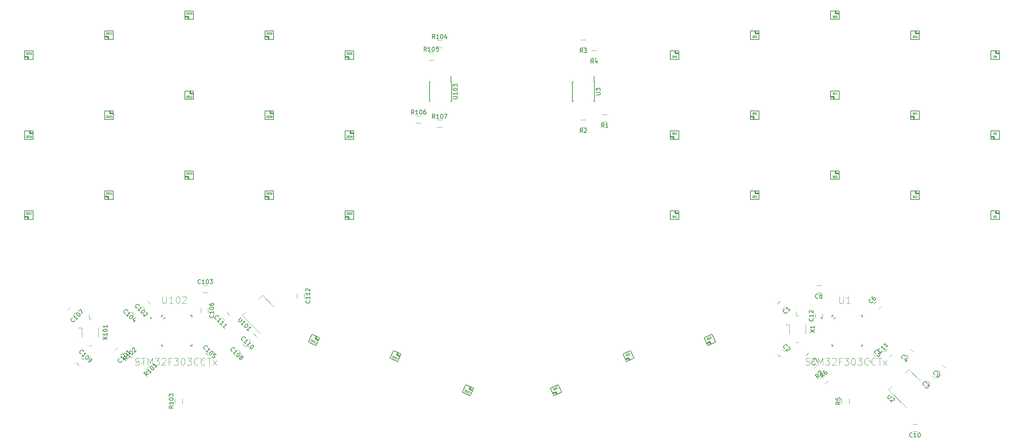
<source format=gbr>
G04 #@! TF.GenerationSoftware,KiCad,Pcbnew,(5.0.0)*
G04 #@! TF.CreationDate,2018-09-12T15:38:26+02:00*
G04 #@! TF.ProjectId,FNH35_rev1,464E4833355F726576312E6B69636164,rev?*
G04 #@! TF.SameCoordinates,Original*
G04 #@! TF.FileFunction,Legend,Top*
G04 #@! TF.FilePolarity,Positive*
%FSLAX46Y46*%
G04 Gerber Fmt 4.6, Leading zero omitted, Abs format (unit mm)*
G04 Created by KiCad (PCBNEW (5.0.0)) date 09/12/18 15:38:26*
%MOMM*%
%LPD*%
G01*
G04 APERTURE LIST*
%ADD10C,0.120000*%
%ADD11C,0.150000*%
%ADD12C,0.350000*%
%ADD13C,0.152400*%
%ADD14C,0.074930*%
%ADD15C,0.050000*%
G04 APERTURE END LIST*
D10*
G04 #@! TO.C,C101*
X-77558737Y-105339289D02*
X-78265844Y-106046396D01*
X-77063763Y-107248477D02*
X-76356656Y-106541370D01*
G04 #@! TO.C,C104*
X-74455844Y-96767487D02*
X-73748737Y-97474594D01*
X-72546656Y-96272513D02*
X-73253763Y-95565406D01*
D11*
G04 #@! TO.C,DB302*
X-21498750Y-72818750D02*
X-21498750Y-74818750D01*
X-23498750Y-72818750D02*
X-21498750Y-72818750D01*
X-23498750Y-74818750D02*
X-23498750Y-72818750D01*
X-21498750Y-74818750D02*
X-23498750Y-74818750D01*
D12*
X-22698750Y-74218750D02*
X-22698750Y-74718750D01*
X-23398750Y-74218750D02*
X-22698750Y-74218750D01*
G04 #@! TO.C,DB316*
X-99598750Y-36118750D02*
X-98898750Y-36118750D01*
X-98898750Y-36118750D02*
X-98898750Y-36618750D01*
D11*
X-97698750Y-36718750D02*
X-99698750Y-36718750D01*
X-99698750Y-36718750D02*
X-99698750Y-34718750D01*
X-99698750Y-34718750D02*
X-97698750Y-34718750D01*
X-97698750Y-34718750D02*
X-97698750Y-36718750D01*
G04 #@! TO.C,DB314*
X-78648750Y-68056250D02*
X-78648750Y-70056250D01*
X-80648750Y-68056250D02*
X-78648750Y-68056250D01*
X-80648750Y-70056250D02*
X-80648750Y-68056250D01*
X-78648750Y-70056250D02*
X-80648750Y-70056250D01*
D12*
X-79848750Y-69456250D02*
X-79848750Y-69956250D01*
X-80548750Y-69456250D02*
X-79848750Y-69456250D01*
D10*
G04 #@! TO.C,R107*
X-461250Y-52930000D02*
X-1661250Y-52930000D01*
X-1661250Y-51170000D02*
X-461250Y-51170000D01*
G04 #@! TO.C,R103*
X-62258750Y-117510000D02*
X-62258750Y-118710000D01*
X-64018750Y-118710000D02*
X-64018750Y-117510000D01*
D13*
G04 #@! TO.C,U102*
X-67151950Y-104571800D02*
X-67151950Y-104952800D01*
X-67151950Y-97739200D02*
X-67151950Y-98120200D01*
X-59938350Y-97739200D02*
X-60319350Y-97739200D01*
X-59938350Y-104952800D02*
X-59938350Y-104571800D01*
X-67151950Y-104952800D02*
X-66770950Y-104952800D01*
X-66694750Y-98577400D02*
X-66313750Y-98196400D01*
X-60319350Y-104952800D02*
X-59938350Y-104952800D01*
X-59938350Y-98120200D02*
X-59938350Y-97739200D01*
X-66770950Y-97739200D02*
X-67151950Y-97739200D01*
D10*
G04 #@! TO.C,X101*
X-84417751Y-97527000D02*
X-84417750Y-98527000D01*
X-84417750Y-98527000D02*
X-83817750Y-98527000D01*
X-83817750Y-104927000D02*
X-84417750Y-104927000D01*
X-82167750Y-100627000D02*
X-82167750Y-102827000D01*
X-86067750Y-102827000D02*
X-86067750Y-100627000D01*
X-86067750Y-100627000D02*
X-86917750Y-100627001D01*
D11*
G04 #@! TO.C,U103*
X1772130Y-42088445D02*
X1647130Y-42088445D01*
X1772130Y-46738445D02*
X1547130Y-46738445D01*
X-3477870Y-46738445D02*
X-3252870Y-46738445D01*
X-3477870Y-42088445D02*
X-3252870Y-42088445D01*
X1772130Y-42088445D02*
X1772130Y-46738445D01*
X-3477870Y-42088445D02*
X-3477870Y-46738445D01*
X1647130Y-42088445D02*
X1647130Y-40738445D01*
D10*
G04 #@! TO.C,U101*
X-43194109Y-92889739D02*
X-44085063Y-93780693D01*
X-48016577Y-97712207D02*
X-47125623Y-96821253D01*
X-40535387Y-95548460D02*
X-43194109Y-92889739D01*
X-43766865Y-101961919D02*
X-48016577Y-97712207D01*
G04 #@! TO.C,R102*
X-74547768Y-107954510D02*
X-73699240Y-107105982D01*
X-72454732Y-108350490D02*
X-73303260Y-109199018D01*
G04 #@! TO.C,R104*
X-1661250Y-32170000D02*
X-461250Y-32170000D01*
X-461250Y-33930000D02*
X-1661250Y-33930000D01*
G04 #@! TO.C,R105*
X-2461250Y-36930000D02*
X-3661250Y-36930000D01*
X-3661250Y-35170000D02*
X-2461250Y-35170000D01*
G04 #@! TO.C,C102*
X-69804156Y-95002513D02*
X-70511263Y-94295406D01*
X-71713344Y-95497487D02*
X-71006237Y-96204594D01*
G04 #@! TO.C,R101*
X-72007768Y-109224510D02*
X-71159240Y-108375982D01*
X-69914732Y-109620490D02*
X-70763260Y-110469018D01*
D11*
G04 #@! TO.C,DB317*
X-97698750Y-72818750D02*
X-97698750Y-74818750D01*
X-99698750Y-72818750D02*
X-97698750Y-72818750D01*
X-99698750Y-74818750D02*
X-99698750Y-72818750D01*
X-97698750Y-74818750D02*
X-99698750Y-74818750D01*
D12*
X-98898750Y-74218750D02*
X-98898750Y-74718750D01*
X-99598750Y-74218750D02*
X-98898750Y-74218750D01*
D11*
G04 #@! TO.C,DB303*
X4357319Y-115990037D02*
X5202555Y-114177421D01*
X6169935Y-116835273D02*
X4357319Y-115990037D01*
X7015171Y-115022657D02*
X6169935Y-116835273D01*
X5202555Y-114177421D02*
X7015171Y-115022657D01*
D12*
X6036554Y-115228348D02*
X6247863Y-114775194D01*
X6670969Y-115524180D02*
X6036554Y-115228348D01*
D11*
G04 #@! TO.C,DB318*
X-99698750Y-55768750D02*
X-99698750Y-53768750D01*
X-97698750Y-55768750D02*
X-99698750Y-55768750D01*
X-97698750Y-53768750D02*
X-97698750Y-55768750D01*
X-99698750Y-53768750D02*
X-97698750Y-53768750D01*
D12*
X-98498750Y-54368750D02*
X-98498750Y-53868750D01*
X-97798750Y-54368750D02*
X-98498750Y-54368750D01*
D10*
G04 #@! TO.C,C108*
X-49019363Y-105789034D02*
X-48312256Y-106496141D01*
X-47110175Y-105294060D02*
X-47817282Y-104586953D01*
G04 #@! TO.C,C105*
X-56036656Y-107316396D02*
X-56743763Y-106609289D01*
X-57945844Y-107811370D02*
X-57238737Y-108518477D01*
G04 #@! TO.C,C103*
X-57288750Y-92290000D02*
X-56288750Y-92290000D01*
X-56288750Y-90590000D02*
X-57288750Y-90590000D01*
D12*
G04 #@! TO.C,DB311*
X-29928139Y-103552357D02*
X-30562554Y-103256525D01*
X-30562554Y-103256525D02*
X-30351245Y-102803371D01*
D11*
X-31396553Y-102205598D02*
X-29583937Y-103050834D01*
X-29583937Y-103050834D02*
X-30429173Y-104863450D01*
X-30429173Y-104863450D02*
X-32241789Y-104018214D01*
X-32241789Y-104018214D02*
X-31396553Y-102205598D01*
G04 #@! TO.C,DB305*
X-40548750Y-29956250D02*
X-40548750Y-31956250D01*
X-42548750Y-29956250D02*
X-40548750Y-29956250D01*
X-42548750Y-31956250D02*
X-42548750Y-29956250D01*
X-40548750Y-31956250D02*
X-42548750Y-31956250D01*
D12*
X-41748750Y-31356250D02*
X-41748750Y-31856250D01*
X-42448750Y-31356250D02*
X-41748750Y-31356250D01*
G04 #@! TO.C,DB308*
X-40648750Y-49606250D02*
X-41348750Y-49606250D01*
X-41348750Y-49606250D02*
X-41348750Y-49106250D01*
D11*
X-42548750Y-49006250D02*
X-40548750Y-49006250D01*
X-40548750Y-49006250D02*
X-40548750Y-51006250D01*
X-40548750Y-51006250D02*
X-42548750Y-51006250D01*
X-42548750Y-51006250D02*
X-42548750Y-49006250D01*
D10*
G04 #@! TO.C,C111*
X-50920175Y-97674060D02*
X-51627282Y-96966953D01*
X-52829363Y-98169034D02*
X-52122256Y-98876141D01*
D11*
G04 #@! TO.C,DB304*
X-23498750Y-55768750D02*
X-23498750Y-53768750D01*
X-21498750Y-55768750D02*
X-23498750Y-55768750D01*
X-21498750Y-53768750D02*
X-21498750Y-55768750D01*
X-23498750Y-53768750D02*
X-21498750Y-53768750D01*
D12*
X-22298750Y-54368750D02*
X-22298750Y-53868750D01*
X-21598750Y-54368750D02*
X-22298750Y-54368750D01*
D11*
G04 #@! TO.C,DB312*
X-61598750Y-46243750D02*
X-61598750Y-44243750D01*
X-59598750Y-46243750D02*
X-61598750Y-46243750D01*
X-59598750Y-44243750D02*
X-59598750Y-46243750D01*
X-61598750Y-44243750D02*
X-59598750Y-44243750D01*
D12*
X-60398750Y-44843750D02*
X-60398750Y-44343750D01*
X-59698750Y-44843750D02*
X-60398750Y-44843750D01*
D11*
G04 #@! TO.C,DB307*
X-12872144Y-107896391D02*
X-12026908Y-106083775D01*
X-11059528Y-108741627D02*
X-12872144Y-107896391D01*
X-10214292Y-106929011D02*
X-11059528Y-108741627D01*
X-12026908Y-106083775D02*
X-10214292Y-106929011D01*
D12*
X-11192909Y-107134702D02*
X-10981600Y-106681548D01*
X-10558494Y-107430534D02*
X-11192909Y-107134702D01*
G04 #@! TO.C,DB315*
X-78748750Y-49606250D02*
X-79448750Y-49606250D01*
X-79448750Y-49606250D02*
X-79448750Y-49106250D01*
D11*
X-80648750Y-49006250D02*
X-78648750Y-49006250D01*
X-78648750Y-49006250D02*
X-78648750Y-51006250D01*
X-78648750Y-51006250D02*
X-80648750Y-51006250D01*
X-80648750Y-51006250D02*
X-80648750Y-49006250D01*
D10*
G04 #@! TO.C,C112*
X-34944769Y-92544047D02*
X-34944769Y-93544047D01*
X-33244769Y-93544047D02*
X-33244769Y-92544047D01*
G04 #@! TO.C,C107*
X-88742737Y-95687406D02*
X-89449844Y-96394513D01*
X-88247763Y-97596594D02*
X-87540656Y-96889487D01*
D12*
G04 #@! TO.C,DB306*
X-42448750Y-69456250D02*
X-41748750Y-69456250D01*
X-41748750Y-69456250D02*
X-41748750Y-69956250D01*
D11*
X-40548750Y-70056250D02*
X-42548750Y-70056250D01*
X-42548750Y-70056250D02*
X-42548750Y-68056250D01*
X-42548750Y-68056250D02*
X-40548750Y-68056250D01*
X-40548750Y-68056250D02*
X-40548750Y-70056250D01*
D10*
G04 #@! TO.C,C109*
X-85540656Y-108394513D02*
X-86247763Y-107687406D01*
X-87449844Y-108889487D02*
X-86742737Y-109596594D01*
D11*
G04 #@! TO.C,DB313*
X-78648750Y-29956250D02*
X-78648750Y-31956250D01*
X-80648750Y-29956250D02*
X-78648750Y-29956250D01*
X-80648750Y-31956250D02*
X-80648750Y-29956250D01*
X-78648750Y-31956250D02*
X-80648750Y-31956250D01*
D12*
X-79848750Y-31356250D02*
X-79848750Y-31856250D01*
X-80548750Y-31356250D02*
X-79848750Y-31356250D01*
G04 #@! TO.C,DB309*
X-61498750Y-26593750D02*
X-60798750Y-26593750D01*
X-60798750Y-26593750D02*
X-60798750Y-27093750D01*
D11*
X-59598750Y-27193750D02*
X-61598750Y-27193750D01*
X-61598750Y-27193750D02*
X-61598750Y-25193750D01*
X-61598750Y-25193750D02*
X-59598750Y-25193750D01*
X-59598750Y-25193750D02*
X-59598750Y-27193750D01*
D12*
G04 #@! TO.C,DB301*
X-23398750Y-36118750D02*
X-22698750Y-36118750D01*
X-22698750Y-36118750D02*
X-22698750Y-36618750D01*
D11*
X-21498750Y-36718750D02*
X-23498750Y-36718750D01*
X-23498750Y-36718750D02*
X-23498750Y-34718750D01*
X-23498750Y-34718750D02*
X-21498750Y-34718750D01*
X-21498750Y-34718750D02*
X-21498750Y-36718750D01*
D10*
G04 #@! TO.C,R106*
X-6661250Y-50170000D02*
X-5461250Y-50170000D01*
X-5461250Y-51930000D02*
X-6661250Y-51930000D01*
G04 #@! TO.C,C106*
X-56141250Y-97020000D02*
X-56141250Y-96020000D01*
X-57841250Y-96020000D02*
X-57841250Y-97020000D01*
G04 #@! TO.C,C110*
X-46479363Y-103249034D02*
X-45772256Y-103956141D01*
X-44570175Y-102754060D02*
X-45277282Y-102046953D01*
D12*
G04 #@! TO.C,DB310*
X-61498750Y-64693750D02*
X-60798750Y-64693750D01*
X-60798750Y-64693750D02*
X-60798750Y-65193750D01*
D11*
X-59598750Y-65293750D02*
X-61598750Y-65293750D01*
X-61598750Y-65293750D02*
X-61598750Y-63293750D01*
X-61598750Y-63293750D02*
X-59598750Y-63293750D01*
X-59598750Y-63293750D02*
X-59598750Y-65293750D01*
G04 #@! TO.C,DB0*
X129968750Y-36718750D02*
X129968750Y-34718750D01*
X131968750Y-36718750D02*
X129968750Y-36718750D01*
X131968750Y-34718750D02*
X131968750Y-36718750D01*
X129968750Y-34718750D02*
X131968750Y-34718750D01*
D12*
X131168750Y-35318750D02*
X131168750Y-34818750D01*
X131868750Y-35318750D02*
X131168750Y-35318750D01*
G04 #@! TO.C,DB42*
X55668750Y-73418750D02*
X54968750Y-73418750D01*
X54968750Y-73418750D02*
X54968750Y-72918750D01*
D11*
X53768750Y-72818750D02*
X55768750Y-72818750D01*
X55768750Y-72818750D02*
X55768750Y-74818750D01*
X55768750Y-74818750D02*
X53768750Y-74818750D01*
X53768750Y-74818750D02*
X53768750Y-72818750D01*
D12*
G04 #@! TO.C,DB12*
X112818750Y-68656250D02*
X112118750Y-68656250D01*
X112118750Y-68656250D02*
X112118750Y-68156250D01*
D11*
X110918750Y-68056250D02*
X112918750Y-68056250D01*
X112918750Y-68056250D02*
X112918750Y-70056250D01*
X112918750Y-70056250D02*
X110918750Y-70056250D01*
X110918750Y-70056250D02*
X110918750Y-68056250D01*
G04 #@! TO.C,DB22*
X91868750Y-65293750D02*
X91868750Y-63293750D01*
X93868750Y-65293750D02*
X91868750Y-65293750D01*
X93868750Y-63293750D02*
X93868750Y-65293750D01*
X91868750Y-63293750D02*
X93868750Y-63293750D01*
D12*
X93068750Y-63893750D02*
X93068750Y-63393750D01*
X93768750Y-63893750D02*
X93068750Y-63893750D01*
G04 #@! TO.C,DB30*
X74718750Y-30556250D02*
X74018750Y-30556250D01*
X74018750Y-30556250D02*
X74018750Y-30056250D01*
D11*
X72818750Y-29956250D02*
X74818750Y-29956250D01*
X74818750Y-29956250D02*
X74818750Y-31956250D01*
X74818750Y-31956250D02*
X72818750Y-31956250D01*
X72818750Y-31956250D02*
X72818750Y-29956250D01*
D12*
G04 #@! TO.C,DB2*
X131868750Y-73418750D02*
X131168750Y-73418750D01*
X131168750Y-73418750D02*
X131168750Y-72918750D01*
D11*
X129968750Y-72818750D02*
X131968750Y-72818750D01*
X131968750Y-72818750D02*
X131968750Y-74818750D01*
X131968750Y-74818750D02*
X129968750Y-74818750D01*
X129968750Y-74818750D02*
X129968750Y-72818750D01*
D12*
G04 #@! TO.C,DB21*
X91968750Y-45643750D02*
X92668750Y-45643750D01*
X92668750Y-45643750D02*
X92668750Y-46143750D01*
D11*
X93868750Y-46243750D02*
X91868750Y-46243750D01*
X91868750Y-46243750D02*
X91868750Y-44243750D01*
X91868750Y-44243750D02*
X93868750Y-44243750D01*
X93868750Y-44243750D02*
X93868750Y-46243750D01*
D12*
G04 #@! TO.C,DB1*
X130068750Y-55168750D02*
X130768750Y-55168750D01*
X130768750Y-55168750D02*
X130768750Y-55668750D01*
D11*
X131968750Y-55768750D02*
X129968750Y-55768750D01*
X129968750Y-55768750D02*
X129968750Y-53768750D01*
X129968750Y-53768750D02*
X131968750Y-53768750D01*
X131968750Y-53768750D02*
X131968750Y-55768750D01*
G04 #@! TO.C,DB11*
X112918750Y-49006250D02*
X112918750Y-51006250D01*
X110918750Y-49006250D02*
X112918750Y-49006250D01*
X110918750Y-51006250D02*
X110918750Y-49006250D01*
X112918750Y-51006250D02*
X110918750Y-51006250D01*
D12*
X111718750Y-50406250D02*
X111718750Y-50906250D01*
X111018750Y-50406250D02*
X111718750Y-50406250D01*
D11*
G04 #@! TO.C,DB31*
X74818750Y-49006250D02*
X74818750Y-51006250D01*
X72818750Y-49006250D02*
X74818750Y-49006250D01*
X72818750Y-51006250D02*
X72818750Y-49006250D01*
X74818750Y-51006250D02*
X72818750Y-51006250D01*
D12*
X73618750Y-50406250D02*
X73618750Y-50906250D01*
X72918750Y-50406250D02*
X73618750Y-50406250D01*
D11*
G04 #@! TO.C,DB32*
X72818750Y-70056250D02*
X72818750Y-68056250D01*
X74818750Y-70056250D02*
X72818750Y-70056250D01*
X74818750Y-68056250D02*
X74818750Y-70056250D01*
X72818750Y-68056250D02*
X74818750Y-68056250D01*
D12*
X74018750Y-68656250D02*
X74018750Y-68156250D01*
X74718750Y-68656250D02*
X74018750Y-68656250D01*
D11*
G04 #@! TO.C,DB40*
X53768750Y-36718750D02*
X53768750Y-34718750D01*
X55768750Y-36718750D02*
X53768750Y-36718750D01*
X55768750Y-34718750D02*
X55768750Y-36718750D01*
X53768750Y-34718750D02*
X55768750Y-34718750D01*
D12*
X54968750Y-35318750D02*
X54968750Y-34818750D01*
X55668750Y-35318750D02*
X54968750Y-35318750D01*
G04 #@! TO.C,DB10*
X112818750Y-30556250D02*
X112118750Y-30556250D01*
X112118750Y-30556250D02*
X112118750Y-30056250D01*
D11*
X110918750Y-29956250D02*
X112918750Y-29956250D01*
X112918750Y-29956250D02*
X112918750Y-31956250D01*
X112918750Y-31956250D02*
X110918750Y-31956250D01*
X110918750Y-31956250D02*
X110918750Y-29956250D01*
G04 #@! TO.C,DB20*
X91868750Y-27193750D02*
X91868750Y-25193750D01*
X93868750Y-27193750D02*
X91868750Y-27193750D01*
X93868750Y-25193750D02*
X93868750Y-27193750D01*
X91868750Y-25193750D02*
X93868750Y-25193750D01*
D12*
X93068750Y-25793750D02*
X93068750Y-25293750D01*
X93768750Y-25793750D02*
X93068750Y-25793750D01*
G04 #@! TO.C,DB33*
X43166588Y-108155581D02*
X43801004Y-107859748D01*
X43801004Y-107859748D02*
X44012313Y-108312902D01*
D11*
X45142144Y-107896391D02*
X43329528Y-108741627D01*
X43329528Y-108741627D02*
X42484292Y-106929011D01*
X42484292Y-106929011D02*
X44296908Y-106083775D01*
X44296908Y-106083775D02*
X45142144Y-107896391D01*
D12*
G04 #@! TO.C,DB41*
X53868750Y-55168750D02*
X54568750Y-55168750D01*
X54568750Y-55168750D02*
X54568750Y-55668750D01*
D11*
X55768750Y-55768750D02*
X53768750Y-55768750D01*
X53768750Y-55768750D02*
X53768750Y-53768750D01*
X53768750Y-53768750D02*
X55768750Y-53768750D01*
X55768750Y-53768750D02*
X55768750Y-55768750D01*
D12*
G04 #@! TO.C,DB43*
X25937125Y-116249227D02*
X26571541Y-115953394D01*
X26571541Y-115953394D02*
X26782850Y-116406548D01*
D11*
X27912681Y-115990037D02*
X26100065Y-116835273D01*
X26100065Y-116835273D02*
X25254829Y-115022657D01*
X25254829Y-115022657D02*
X27067445Y-114177421D01*
X27067445Y-114177421D02*
X27912681Y-115990037D01*
G04 #@! TO.C,DB23*
X63666553Y-102205598D02*
X64511789Y-104018214D01*
X61853937Y-103050834D02*
X63666553Y-102205598D01*
X62699173Y-104863450D02*
X61853937Y-103050834D01*
X64511789Y-104018214D02*
X62699173Y-104863450D01*
D12*
X63170649Y-103981571D02*
X63381958Y-104434725D01*
X62536233Y-104277404D02*
X63170649Y-103981571D01*
D10*
G04 #@! TO.C,C1*
X80416237Y-96204594D02*
X81123344Y-95497487D01*
X79921263Y-94295406D02*
X79214156Y-95002513D01*
G04 #@! TO.C,C3*
X116683344Y-112782513D02*
X115976237Y-112075406D01*
X114774156Y-113277487D02*
X115481263Y-113984594D01*
G04 #@! TO.C,C5*
X100804156Y-108197487D02*
X101511263Y-108904594D01*
X102713344Y-107702513D02*
X102006237Y-106995406D01*
G04 #@! TO.C,C7*
X86657380Y-106609289D02*
X85950273Y-107316396D01*
X87152354Y-108518477D02*
X87859461Y-107811370D01*
G04 #@! TO.C,C4*
X109694156Y-106927487D02*
X110401263Y-107634594D01*
X111603344Y-106432513D02*
X110896237Y-105725406D01*
G04 #@! TO.C,C8*
X88558750Y-92290000D02*
X89558750Y-92290000D01*
X89558750Y-90590000D02*
X88558750Y-90590000D01*
G04 #@! TO.C,C11*
X105321263Y-105725406D02*
X104614156Y-106432513D01*
X105816237Y-107634594D02*
X106523344Y-106927487D01*
G04 #@! TO.C,C2*
X79214156Y-106927487D02*
X79921263Y-107634594D01*
X81123344Y-106432513D02*
X80416237Y-105725406D01*
G04 #@! TO.C,C9*
X119223344Y-110242513D02*
X118516237Y-109535406D01*
X117314156Y-110737487D02*
X118021263Y-111444594D01*
G04 #@! TO.C,C6*
X102781263Y-94295406D02*
X102074156Y-95002513D01*
X103276237Y-96204594D02*
X103983344Y-95497487D01*
G04 #@! TO.C,C12*
X89908750Y-98290000D02*
X89908750Y-97290000D01*
X88208750Y-97290000D02*
X88208750Y-98290000D01*
G04 #@! TO.C,C10*
X111418750Y-125310000D02*
X112418750Y-125310000D01*
X112418750Y-123610000D02*
X111418750Y-123610000D01*
G04 #@! TO.C,R2*
X32522871Y-51153445D02*
X33722871Y-51153445D01*
X33722871Y-52913445D02*
X32522871Y-52913445D01*
G04 #@! TO.C,R6*
X90105268Y-110687990D02*
X89256740Y-111536518D01*
X88012232Y-110292010D02*
X88860760Y-109443482D01*
D13*
G04 #@! TO.C,U1*
X92589350Y-97739200D02*
X92208350Y-97739200D01*
X99421950Y-98120200D02*
X99421950Y-97739200D01*
X99040950Y-104952800D02*
X99421950Y-104952800D01*
X92665550Y-98577400D02*
X93046550Y-98196400D01*
X92208350Y-104952800D02*
X92589350Y-104952800D01*
X99421950Y-104952800D02*
X99421950Y-104571800D01*
X99421950Y-97739200D02*
X99040950Y-97739200D01*
X92208350Y-97739200D02*
X92208350Y-98120200D01*
X92208350Y-104571800D02*
X92208350Y-104952800D01*
D10*
G04 #@! TO.C,R1*
X38802871Y-51643445D02*
X37602871Y-51643445D01*
X37602871Y-49883445D02*
X38802871Y-49883445D01*
G04 #@! TO.C,R3*
X33722870Y-33863444D02*
X32522870Y-33863444D01*
X32522870Y-32103444D02*
X33722870Y-32103444D01*
G04 #@! TO.C,R4*
X35062870Y-34643445D02*
X36262870Y-34643445D01*
X36262870Y-36403445D02*
X35062870Y-36403445D01*
G04 #@! TO.C,R7*
X91375268Y-113227990D02*
X90526740Y-114076518D01*
X89282232Y-112832010D02*
X90130760Y-111983482D01*
G04 #@! TO.C,U2*
X109866654Y-119610372D02*
X105616942Y-115360660D01*
X113098132Y-113196913D02*
X110439410Y-110538192D01*
X105616942Y-115360660D02*
X106507896Y-114469706D01*
X110439410Y-110538192D02*
X109548456Y-111429146D01*
D11*
G04 #@! TO.C,U3*
X35622870Y-42088445D02*
X35622870Y-40738445D01*
X30497870Y-42088445D02*
X30497870Y-46738445D01*
X35747870Y-42088445D02*
X35747870Y-46738445D01*
X30497870Y-42088445D02*
X30722870Y-42088445D01*
X30497870Y-46738445D02*
X30722870Y-46738445D01*
X35747870Y-46738445D02*
X35522870Y-46738445D01*
X35747870Y-42088445D02*
X35622870Y-42088445D01*
D10*
G04 #@! TO.C,R5*
X94528750Y-118710000D02*
X94528750Y-117510000D01*
X96288750Y-117510000D02*
X96288750Y-118710000D01*
G04 #@! TO.C,X1*
X82028750Y-99865000D02*
X81178750Y-99865001D01*
X82028750Y-102065000D02*
X82028750Y-99865000D01*
X85928750Y-99865000D02*
X85928750Y-102065000D01*
X84278750Y-104165000D02*
X83678750Y-104165000D01*
X83678750Y-97765000D02*
X84278750Y-97765000D01*
X83678749Y-96765000D02*
X83678750Y-97765000D01*
G04 #@! TO.C,C101*
D11*
X-76612561Y-108575144D02*
X-76612561Y-108642487D01*
X-76679904Y-108777174D01*
X-76747248Y-108844518D01*
X-76881935Y-108911861D01*
X-77016622Y-108911861D01*
X-77117637Y-108878190D01*
X-77285996Y-108777174D01*
X-77387011Y-108676159D01*
X-77488026Y-108507800D01*
X-77521698Y-108406785D01*
X-77521698Y-108272098D01*
X-77454354Y-108137411D01*
X-77387011Y-108070068D01*
X-77252324Y-108002724D01*
X-77184980Y-108002724D01*
X-75871782Y-107969052D02*
X-76275843Y-108373113D01*
X-76073813Y-108171083D02*
X-76780919Y-107463976D01*
X-76747248Y-107632335D01*
X-76747248Y-107767022D01*
X-76780919Y-107868037D01*
X-76141156Y-106824213D02*
X-76073813Y-106756869D01*
X-75972797Y-106723197D01*
X-75905454Y-106723197D01*
X-75804438Y-106756869D01*
X-75636080Y-106857884D01*
X-75467721Y-107026243D01*
X-75366706Y-107194602D01*
X-75333034Y-107295617D01*
X-75333034Y-107362961D01*
X-75366706Y-107463976D01*
X-75434049Y-107531320D01*
X-75535064Y-107564991D01*
X-75602408Y-107564991D01*
X-75703423Y-107531320D01*
X-75871782Y-107430304D01*
X-76040141Y-107261945D01*
X-76141156Y-107093587D01*
X-76174828Y-106992571D01*
X-76174828Y-106925228D01*
X-76141156Y-106824213D01*
X-74524912Y-106622182D02*
X-74928973Y-107026243D01*
X-74726942Y-106824213D02*
X-75434049Y-106117106D01*
X-75400377Y-106285465D01*
X-75400377Y-106420152D01*
X-75434049Y-106521167D01*
G04 #@! TO.C,C104*
X-75782511Y-97218688D02*
X-75849854Y-97218688D01*
X-75984541Y-97151345D01*
X-76051885Y-97084001D01*
X-76119228Y-96949314D01*
X-76119228Y-96814627D01*
X-76085557Y-96713612D01*
X-75984541Y-96545253D01*
X-75883526Y-96444238D01*
X-75715167Y-96343223D01*
X-75614152Y-96309551D01*
X-75479465Y-96309551D01*
X-75344778Y-96376895D01*
X-75277435Y-96444238D01*
X-75210091Y-96578925D01*
X-75210091Y-96646269D01*
X-75176419Y-97959467D02*
X-75580480Y-97555406D01*
X-75378450Y-97757437D02*
X-74671343Y-97050330D01*
X-74839702Y-97084001D01*
X-74974389Y-97084001D01*
X-75075404Y-97050330D01*
X-74031580Y-97690093D02*
X-73964236Y-97757437D01*
X-73930564Y-97858452D01*
X-73930564Y-97925795D01*
X-73964236Y-98026811D01*
X-74065251Y-98195169D01*
X-74233610Y-98363528D01*
X-74401969Y-98464543D01*
X-74502984Y-98498215D01*
X-74570328Y-98498215D01*
X-74671343Y-98464543D01*
X-74738687Y-98397200D01*
X-74772358Y-98296185D01*
X-74772358Y-98228841D01*
X-74738687Y-98127826D01*
X-74637671Y-97959467D01*
X-74469312Y-97791108D01*
X-74300954Y-97690093D01*
X-74199938Y-97656421D01*
X-74132595Y-97656421D01*
X-74031580Y-97690093D01*
X-73425488Y-98767589D02*
X-73896893Y-99238994D01*
X-73324473Y-98329856D02*
X-73997908Y-98666574D01*
X-73560175Y-99104307D01*
G04 #@! TO.C,DB302*
D14*
X-23155279Y-73645112D02*
X-23155279Y-73144732D01*
X-23083917Y-73144732D01*
X-23041100Y-73168560D01*
X-23012555Y-73216215D01*
X-22998283Y-73263870D01*
X-22984010Y-73359180D01*
X-22984010Y-73430663D01*
X-22998283Y-73525974D01*
X-23012555Y-73573629D01*
X-23041100Y-73621284D01*
X-23083917Y-73645112D01*
X-23155279Y-73645112D01*
X-22755652Y-73383008D02*
X-22712835Y-73406836D01*
X-22698563Y-73430663D01*
X-22684290Y-73478319D01*
X-22684290Y-73549801D01*
X-22698563Y-73597457D01*
X-22712835Y-73621284D01*
X-22741380Y-73645112D01*
X-22855559Y-73645112D01*
X-22855559Y-73144732D01*
X-22755652Y-73144732D01*
X-22727108Y-73168560D01*
X-22712835Y-73192387D01*
X-22698563Y-73240042D01*
X-22698563Y-73287698D01*
X-22712835Y-73335353D01*
X-22727108Y-73359180D01*
X-22755652Y-73383008D01*
X-22855559Y-73383008D01*
X-22584384Y-73144732D02*
X-22398843Y-73144732D01*
X-22498750Y-73335353D01*
X-22455932Y-73335353D01*
X-22427388Y-73359180D01*
X-22413115Y-73383008D01*
X-22398843Y-73430663D01*
X-22398843Y-73549801D01*
X-22413115Y-73597457D01*
X-22427388Y-73621284D01*
X-22455932Y-73645112D01*
X-22541567Y-73645112D01*
X-22570111Y-73621284D01*
X-22584384Y-73597457D01*
X-22213302Y-73144732D02*
X-22184757Y-73144732D01*
X-22156212Y-73168560D01*
X-22141940Y-73192387D01*
X-22127668Y-73240042D01*
X-22113395Y-73335353D01*
X-22113395Y-73454491D01*
X-22127668Y-73549801D01*
X-22141940Y-73597457D01*
X-22156212Y-73621284D01*
X-22184757Y-73645112D01*
X-22213302Y-73645112D01*
X-22241847Y-73621284D01*
X-22256119Y-73597457D01*
X-22270391Y-73549801D01*
X-22284664Y-73454491D01*
X-22284664Y-73335353D01*
X-22270391Y-73240042D01*
X-22256119Y-73192387D01*
X-22241847Y-73168560D01*
X-22213302Y-73144732D01*
X-21999216Y-73192387D02*
X-21984944Y-73168560D01*
X-21956399Y-73144732D01*
X-21885037Y-73144732D01*
X-21856492Y-73168560D01*
X-21842220Y-73192387D01*
X-21827948Y-73240042D01*
X-21827948Y-73287698D01*
X-21842220Y-73359180D01*
X-22013489Y-73645112D01*
X-21827948Y-73645112D01*
G04 #@! TO.C,DB316*
X-99355279Y-35545112D02*
X-99355279Y-35044732D01*
X-99283917Y-35044732D01*
X-99241100Y-35068560D01*
X-99212555Y-35116215D01*
X-99198283Y-35163870D01*
X-99184010Y-35259180D01*
X-99184010Y-35330663D01*
X-99198283Y-35425974D01*
X-99212555Y-35473629D01*
X-99241100Y-35521284D01*
X-99283917Y-35545112D01*
X-99355279Y-35545112D01*
X-98955652Y-35283008D02*
X-98912835Y-35306836D01*
X-98898563Y-35330663D01*
X-98884290Y-35378319D01*
X-98884290Y-35449801D01*
X-98898563Y-35497457D01*
X-98912835Y-35521284D01*
X-98941380Y-35545112D01*
X-99055559Y-35545112D01*
X-99055559Y-35044732D01*
X-98955652Y-35044732D01*
X-98927108Y-35068560D01*
X-98912835Y-35092387D01*
X-98898563Y-35140042D01*
X-98898563Y-35187698D01*
X-98912835Y-35235353D01*
X-98927108Y-35259180D01*
X-98955652Y-35283008D01*
X-99055559Y-35283008D01*
X-98784384Y-35044732D02*
X-98598843Y-35044732D01*
X-98698750Y-35235353D01*
X-98655932Y-35235353D01*
X-98627388Y-35259180D01*
X-98613115Y-35283008D01*
X-98598843Y-35330663D01*
X-98598843Y-35449801D01*
X-98613115Y-35497457D01*
X-98627388Y-35521284D01*
X-98655932Y-35545112D01*
X-98741567Y-35545112D01*
X-98770111Y-35521284D01*
X-98784384Y-35497457D01*
X-98313395Y-35545112D02*
X-98484664Y-35545112D01*
X-98399030Y-35545112D02*
X-98399030Y-35044732D01*
X-98427574Y-35116215D01*
X-98456119Y-35163870D01*
X-98484664Y-35187698D01*
X-98056492Y-35044732D02*
X-98113582Y-35044732D01*
X-98142127Y-35068560D01*
X-98156399Y-35092387D01*
X-98184944Y-35163870D01*
X-98199216Y-35259180D01*
X-98199216Y-35449801D01*
X-98184944Y-35497457D01*
X-98170671Y-35521284D01*
X-98142127Y-35545112D01*
X-98085037Y-35545112D01*
X-98056492Y-35521284D01*
X-98042220Y-35497457D01*
X-98027948Y-35449801D01*
X-98027948Y-35330663D01*
X-98042220Y-35283008D01*
X-98056492Y-35259180D01*
X-98085037Y-35235353D01*
X-98142127Y-35235353D01*
X-98170671Y-35259180D01*
X-98184944Y-35283008D01*
X-98199216Y-35330663D01*
G04 #@! TO.C,DB314*
X-80305279Y-68882612D02*
X-80305279Y-68382232D01*
X-80233917Y-68382232D01*
X-80191100Y-68406060D01*
X-80162555Y-68453715D01*
X-80148283Y-68501370D01*
X-80134010Y-68596680D01*
X-80134010Y-68668163D01*
X-80148283Y-68763474D01*
X-80162555Y-68811129D01*
X-80191100Y-68858784D01*
X-80233917Y-68882612D01*
X-80305279Y-68882612D01*
X-79905652Y-68620508D02*
X-79862835Y-68644336D01*
X-79848563Y-68668163D01*
X-79834290Y-68715819D01*
X-79834290Y-68787301D01*
X-79848563Y-68834957D01*
X-79862835Y-68858784D01*
X-79891380Y-68882612D01*
X-80005559Y-68882612D01*
X-80005559Y-68382232D01*
X-79905652Y-68382232D01*
X-79877108Y-68406060D01*
X-79862835Y-68429887D01*
X-79848563Y-68477542D01*
X-79848563Y-68525198D01*
X-79862835Y-68572853D01*
X-79877108Y-68596680D01*
X-79905652Y-68620508D01*
X-80005559Y-68620508D01*
X-79734384Y-68382232D02*
X-79548843Y-68382232D01*
X-79648750Y-68572853D01*
X-79605932Y-68572853D01*
X-79577388Y-68596680D01*
X-79563115Y-68620508D01*
X-79548843Y-68668163D01*
X-79548843Y-68787301D01*
X-79563115Y-68834957D01*
X-79577388Y-68858784D01*
X-79605932Y-68882612D01*
X-79691567Y-68882612D01*
X-79720111Y-68858784D01*
X-79734384Y-68834957D01*
X-79263395Y-68882612D02*
X-79434664Y-68882612D01*
X-79349030Y-68882612D02*
X-79349030Y-68382232D01*
X-79377574Y-68453715D01*
X-79406119Y-68501370D01*
X-79434664Y-68525198D01*
X-79006492Y-68549025D02*
X-79006492Y-68882612D01*
X-79077854Y-68358404D02*
X-79149216Y-68715819D01*
X-78963675Y-68715819D01*
G04 #@! TO.C,R107*
D11*
X-2180297Y-50802380D02*
X-2513630Y-50326190D01*
X-2751726Y-50802380D02*
X-2751726Y-49802380D01*
X-2370773Y-49802380D01*
X-2275535Y-49850000D01*
X-2227916Y-49897619D01*
X-2180297Y-49992857D01*
X-2180297Y-50135714D01*
X-2227916Y-50230952D01*
X-2275535Y-50278571D01*
X-2370773Y-50326190D01*
X-2751726Y-50326190D01*
X-1227916Y-50802380D02*
X-1799345Y-50802380D01*
X-1513630Y-50802380D02*
X-1513630Y-49802380D01*
X-1608869Y-49945238D01*
X-1704107Y-50040476D01*
X-1799345Y-50088095D01*
X-608869Y-49802380D02*
X-513630Y-49802380D01*
X-418392Y-49850000D01*
X-370773Y-49897619D01*
X-323154Y-49992857D01*
X-275535Y-50183333D01*
X-275535Y-50421428D01*
X-323154Y-50611904D01*
X-370773Y-50707142D01*
X-418392Y-50754761D01*
X-513630Y-50802380D01*
X-608869Y-50802380D01*
X-704107Y-50754761D01*
X-751726Y-50707142D01*
X-799345Y-50611904D01*
X-846964Y-50421428D01*
X-846964Y-50183333D01*
X-799345Y-49992857D01*
X-751726Y-49897619D01*
X-704107Y-49850000D01*
X-608869Y-49802380D01*
X57797Y-49802380D02*
X724464Y-49802380D01*
X295892Y-50802380D01*
G04 #@! TO.C,R103*
X-64386369Y-119229047D02*
X-64862559Y-119562380D01*
X-64386369Y-119800476D02*
X-65386369Y-119800476D01*
X-65386369Y-119419523D01*
X-65338750Y-119324285D01*
X-65291130Y-119276666D01*
X-65195892Y-119229047D01*
X-65053035Y-119229047D01*
X-64957797Y-119276666D01*
X-64910178Y-119324285D01*
X-64862559Y-119419523D01*
X-64862559Y-119800476D01*
X-64386369Y-118276666D02*
X-64386369Y-118848095D01*
X-64386369Y-118562380D02*
X-65386369Y-118562380D01*
X-65243511Y-118657619D01*
X-65148273Y-118752857D01*
X-65100654Y-118848095D01*
X-65386369Y-117657619D02*
X-65386369Y-117562380D01*
X-65338750Y-117467142D01*
X-65291130Y-117419523D01*
X-65195892Y-117371904D01*
X-65005416Y-117324285D01*
X-64767321Y-117324285D01*
X-64576845Y-117371904D01*
X-64481607Y-117419523D01*
X-64433988Y-117467142D01*
X-64386369Y-117562380D01*
X-64386369Y-117657619D01*
X-64433988Y-117752857D01*
X-64481607Y-117800476D01*
X-64576845Y-117848095D01*
X-64767321Y-117895714D01*
X-65005416Y-117895714D01*
X-65195892Y-117848095D01*
X-65291130Y-117800476D01*
X-65338750Y-117752857D01*
X-65386369Y-117657619D01*
X-65386369Y-116990952D02*
X-65386369Y-116371904D01*
X-65005416Y-116705238D01*
X-65005416Y-116562380D01*
X-64957797Y-116467142D01*
X-64910178Y-116419523D01*
X-64814940Y-116371904D01*
X-64576845Y-116371904D01*
X-64481607Y-116419523D01*
X-64433988Y-116467142D01*
X-64386369Y-116562380D01*
X-64386369Y-116848095D01*
X-64433988Y-116943333D01*
X-64481607Y-116990952D01*
G04 #@! TO.C,U102*
D15*
X-66976325Y-93184767D02*
X-66976325Y-94516329D01*
X-66897997Y-94672983D01*
X-66819670Y-94751310D01*
X-66663016Y-94829637D01*
X-66349707Y-94829637D01*
X-66193053Y-94751310D01*
X-66114726Y-94672983D01*
X-66036399Y-94516329D01*
X-66036399Y-93184767D01*
X-64391529Y-94829637D02*
X-65331455Y-94829637D01*
X-64861492Y-94829637D02*
X-64861492Y-93184767D01*
X-65018146Y-93419749D01*
X-65174800Y-93576403D01*
X-65331455Y-93654730D01*
X-63373276Y-93184767D02*
X-63216622Y-93184767D01*
X-63059967Y-93263095D01*
X-62981640Y-93341422D01*
X-62903313Y-93498076D01*
X-62824986Y-93811385D01*
X-62824986Y-94203020D01*
X-62903313Y-94516329D01*
X-62981640Y-94672983D01*
X-63059967Y-94751310D01*
X-63216622Y-94829637D01*
X-63373276Y-94829637D01*
X-63529930Y-94751310D01*
X-63608257Y-94672983D01*
X-63686585Y-94516329D01*
X-63764912Y-94203020D01*
X-63764912Y-93811385D01*
X-63686585Y-93498076D01*
X-63608257Y-93341422D01*
X-63529930Y-93263095D01*
X-63373276Y-93184767D01*
X-62198369Y-93341422D02*
X-62120042Y-93263095D01*
X-61963387Y-93184767D01*
X-61571752Y-93184767D01*
X-61415097Y-93263095D01*
X-61336770Y-93341422D01*
X-61258443Y-93498076D01*
X-61258443Y-93654730D01*
X-61336770Y-93889712D01*
X-62276696Y-94829637D01*
X-61258443Y-94829637D01*
X-73365861Y-109447623D02*
X-73130967Y-109525921D01*
X-72739476Y-109525921D01*
X-72582880Y-109447623D01*
X-72504582Y-109369325D01*
X-72426284Y-109212729D01*
X-72426284Y-109056133D01*
X-72504582Y-108899537D01*
X-72582880Y-108821239D01*
X-72739476Y-108742940D01*
X-73052669Y-108664642D01*
X-73209265Y-108586344D01*
X-73287563Y-108508046D01*
X-73365861Y-108351450D01*
X-73365861Y-108194854D01*
X-73287563Y-108038258D01*
X-73209265Y-107959960D01*
X-73052669Y-107881661D01*
X-72661178Y-107881661D01*
X-72426284Y-107959960D01*
X-71956495Y-107881661D02*
X-71016918Y-107881661D01*
X-71486707Y-109525921D02*
X-71486707Y-107881661D01*
X-70468832Y-109525921D02*
X-70468832Y-107881661D01*
X-69920745Y-109056133D01*
X-69372658Y-107881661D01*
X-69372658Y-109525921D01*
X-68746274Y-107881661D02*
X-67728398Y-107881661D01*
X-68276485Y-108508046D01*
X-68041591Y-108508046D01*
X-67884995Y-108586344D01*
X-67806696Y-108664642D01*
X-67728398Y-108821239D01*
X-67728398Y-109212729D01*
X-67806696Y-109369325D01*
X-67884995Y-109447623D01*
X-68041591Y-109525921D01*
X-68511379Y-109525921D01*
X-68667975Y-109447623D01*
X-68746274Y-109369325D01*
X-67102014Y-108038258D02*
X-67023715Y-107959960D01*
X-66867119Y-107881661D01*
X-66475629Y-107881661D01*
X-66319033Y-107959960D01*
X-66240735Y-108038258D01*
X-66162436Y-108194854D01*
X-66162436Y-108351450D01*
X-66240735Y-108586344D01*
X-67180312Y-109525921D01*
X-66162436Y-109525921D01*
X-64909667Y-108664642D02*
X-65457754Y-108664642D01*
X-65457754Y-109525921D02*
X-65457754Y-107881661D01*
X-64674773Y-107881661D01*
X-64204984Y-107881661D02*
X-63187109Y-107881661D01*
X-63735195Y-108508046D01*
X-63500301Y-108508046D01*
X-63343705Y-108586344D01*
X-63265407Y-108664642D01*
X-63187109Y-108821239D01*
X-63187109Y-109212729D01*
X-63265407Y-109369325D01*
X-63343705Y-109447623D01*
X-63500301Y-109525921D01*
X-63970090Y-109525921D01*
X-64126686Y-109447623D01*
X-64204984Y-109369325D01*
X-62169234Y-107881661D02*
X-62012637Y-107881661D01*
X-61856041Y-107959960D01*
X-61777743Y-108038258D01*
X-61699445Y-108194854D01*
X-61621147Y-108508046D01*
X-61621147Y-108899537D01*
X-61699445Y-109212729D01*
X-61777743Y-109369325D01*
X-61856041Y-109447623D01*
X-62012637Y-109525921D01*
X-62169234Y-109525921D01*
X-62325830Y-109447623D01*
X-62404128Y-109369325D01*
X-62482426Y-109212729D01*
X-62560724Y-108899537D01*
X-62560724Y-108508046D01*
X-62482426Y-108194854D01*
X-62404128Y-108038258D01*
X-62325830Y-107959960D01*
X-62169234Y-107881661D01*
X-61073060Y-107881661D02*
X-60055185Y-107881661D01*
X-60603272Y-108508046D01*
X-60368377Y-108508046D01*
X-60211781Y-108586344D01*
X-60133483Y-108664642D01*
X-60055185Y-108821239D01*
X-60055185Y-109212729D01*
X-60133483Y-109369325D01*
X-60211781Y-109447623D01*
X-60368377Y-109525921D01*
X-60838166Y-109525921D01*
X-60994762Y-109447623D01*
X-61073060Y-109369325D01*
X-58410925Y-109369325D02*
X-58489223Y-109447623D01*
X-58724117Y-109525921D01*
X-58880714Y-109525921D01*
X-59115608Y-109447623D01*
X-59272204Y-109291027D01*
X-59350502Y-109134431D01*
X-59428800Y-108821239D01*
X-59428800Y-108586344D01*
X-59350502Y-108273152D01*
X-59272204Y-108116556D01*
X-59115608Y-107959960D01*
X-58880714Y-107881661D01*
X-58724117Y-107881661D01*
X-58489223Y-107959960D01*
X-58410925Y-108038258D01*
X-56766665Y-109369325D02*
X-56844963Y-109447623D01*
X-57079857Y-109525921D01*
X-57236454Y-109525921D01*
X-57471348Y-109447623D01*
X-57627944Y-109291027D01*
X-57706242Y-109134431D01*
X-57784540Y-108821239D01*
X-57784540Y-108586344D01*
X-57706242Y-108273152D01*
X-57627944Y-108116556D01*
X-57471348Y-107959960D01*
X-57236454Y-107881661D01*
X-57079857Y-107881661D01*
X-56844963Y-107959960D01*
X-56766665Y-108038258D01*
X-56296876Y-107881661D02*
X-55357299Y-107881661D01*
X-55827088Y-109525921D02*
X-55827088Y-107881661D01*
X-54965809Y-109525921D02*
X-54104530Y-108429748D01*
X-54965809Y-108429748D02*
X-54104530Y-109525921D01*
X-69724830Y-98051852D02*
X-69724830Y-98289948D01*
X-69962925Y-98194710D02*
X-69724830Y-98289948D01*
X-69486734Y-98194710D01*
X-69867687Y-98480424D02*
X-69724830Y-98289948D01*
X-69581972Y-98480424D01*
G04 #@! TO.C,X101*
D11*
X-81065369Y-103488904D02*
X-80065369Y-102822238D01*
X-81065369Y-102822238D02*
X-80065369Y-103488904D01*
X-80065369Y-101917476D02*
X-80065369Y-102488904D01*
X-80065369Y-102203190D02*
X-81065369Y-102203190D01*
X-80922511Y-102298428D01*
X-80827273Y-102393666D01*
X-80779654Y-102488904D01*
X-81065369Y-101298428D02*
X-81065369Y-101203190D01*
X-81017750Y-101107952D01*
X-80970130Y-101060333D01*
X-80874892Y-101012714D01*
X-80684416Y-100965095D01*
X-80446321Y-100965095D01*
X-80255845Y-101012714D01*
X-80160607Y-101060333D01*
X-80112988Y-101107952D01*
X-80065369Y-101203190D01*
X-80065369Y-101298428D01*
X-80112988Y-101393666D01*
X-80160607Y-101441285D01*
X-80255845Y-101488904D01*
X-80446321Y-101536523D01*
X-80684416Y-101536523D01*
X-80874892Y-101488904D01*
X-80970130Y-101441285D01*
X-81017750Y-101393666D01*
X-81065369Y-101298428D01*
X-80065369Y-100012714D02*
X-80065369Y-100584142D01*
X-80065369Y-100298428D02*
X-81065369Y-100298428D01*
X-80922511Y-100393666D01*
X-80827273Y-100488904D01*
X-80779654Y-100584142D01*
G04 #@! TO.C,U103*
X2149510Y-46127730D02*
X2959034Y-46127730D01*
X3054272Y-46080111D01*
X3101891Y-46032492D01*
X3149510Y-45937254D01*
X3149510Y-45746778D01*
X3101891Y-45651540D01*
X3054272Y-45603921D01*
X2959034Y-45556302D01*
X2149510Y-45556302D01*
X3149510Y-44556302D02*
X3149510Y-45127730D01*
X3149510Y-44842016D02*
X2149510Y-44842016D01*
X2292368Y-44937254D01*
X2387606Y-45032492D01*
X2435225Y-45127730D01*
X2149510Y-43937254D02*
X2149510Y-43842016D01*
X2197130Y-43746778D01*
X2244749Y-43699159D01*
X2339987Y-43651540D01*
X2530463Y-43603921D01*
X2768558Y-43603921D01*
X2959034Y-43651540D01*
X3054272Y-43699159D01*
X3101891Y-43746778D01*
X3149510Y-43842016D01*
X3149510Y-43937254D01*
X3101891Y-44032492D01*
X3054272Y-44080111D01*
X2959034Y-44127730D01*
X2768558Y-44175349D01*
X2530463Y-44175349D01*
X2339987Y-44127730D01*
X2244749Y-44080111D01*
X2197130Y-44032492D01*
X2149510Y-43937254D01*
X2149510Y-43270587D02*
X2149510Y-42651540D01*
X2530463Y-42984873D01*
X2530463Y-42842016D01*
X2578082Y-42746778D01*
X2625701Y-42699159D01*
X2720939Y-42651540D01*
X2959034Y-42651540D01*
X3054272Y-42699159D01*
X3101891Y-42746778D01*
X3149510Y-42842016D01*
X3149510Y-43127730D01*
X3101891Y-43222968D01*
X3054272Y-43270587D01*
G04 #@! TO.C,U101*
X-48261707Y-98234119D02*
X-48834127Y-98806539D01*
X-48867799Y-98907554D01*
X-48867799Y-98974898D01*
X-48834127Y-99075913D01*
X-48699440Y-99210600D01*
X-48598425Y-99244272D01*
X-48531081Y-99244272D01*
X-48430066Y-99210600D01*
X-47857646Y-98638180D01*
X-47857646Y-100052394D02*
X-48261707Y-99648333D01*
X-48059677Y-99850363D02*
X-47352570Y-99143257D01*
X-47520929Y-99176928D01*
X-47655616Y-99176928D01*
X-47756631Y-99143257D01*
X-46712807Y-99783020D02*
X-46645463Y-99850363D01*
X-46611792Y-99951379D01*
X-46611792Y-100018722D01*
X-46645463Y-100119737D01*
X-46746479Y-100288096D01*
X-46914837Y-100456455D01*
X-47083196Y-100557470D01*
X-47184211Y-100591142D01*
X-47251555Y-100591142D01*
X-47352570Y-100557470D01*
X-47419914Y-100490127D01*
X-47453585Y-100389111D01*
X-47453585Y-100321768D01*
X-47419914Y-100220753D01*
X-47318898Y-100052394D01*
X-47150540Y-99884035D01*
X-46982181Y-99783020D01*
X-46881166Y-99749348D01*
X-46813822Y-99749348D01*
X-46712807Y-99783020D01*
X-46510776Y-101399264D02*
X-46914837Y-100995203D01*
X-46712807Y-101197233D02*
X-46005700Y-100490127D01*
X-46174059Y-100523798D01*
X-46308746Y-100523798D01*
X-46409761Y-100490127D01*
G04 #@! TO.C,R102*
X-75174736Y-108061585D02*
X-75747156Y-107960570D01*
X-75578797Y-108465646D02*
X-76285904Y-107758540D01*
X-76016530Y-107489166D01*
X-75915515Y-107455494D01*
X-75848171Y-107455494D01*
X-75747156Y-107489166D01*
X-75646141Y-107590181D01*
X-75612469Y-107691196D01*
X-75612469Y-107758540D01*
X-75646141Y-107859555D01*
X-75915515Y-108128929D01*
X-74501301Y-107388150D02*
X-74905362Y-107792211D01*
X-74703332Y-107590181D02*
X-75410438Y-106883074D01*
X-75376767Y-107051433D01*
X-75376767Y-107186120D01*
X-75410438Y-107287135D01*
X-74770675Y-106243311D02*
X-74703332Y-106175967D01*
X-74602316Y-106142295D01*
X-74534973Y-106142295D01*
X-74433957Y-106175967D01*
X-74265599Y-106276982D01*
X-74097240Y-106445341D01*
X-73996225Y-106613700D01*
X-73962553Y-106714715D01*
X-73962553Y-106782059D01*
X-73996225Y-106883074D01*
X-74063568Y-106950418D01*
X-74164583Y-106984089D01*
X-74231927Y-106984089D01*
X-74332942Y-106950418D01*
X-74501301Y-106849402D01*
X-74669660Y-106681043D01*
X-74770675Y-106512685D01*
X-74804347Y-106411669D01*
X-74804347Y-106344326D01*
X-74770675Y-106243311D01*
X-74198255Y-105805578D02*
X-74198255Y-105738234D01*
X-74164583Y-105637219D01*
X-73996225Y-105468860D01*
X-73895209Y-105435189D01*
X-73827866Y-105435189D01*
X-73726851Y-105468860D01*
X-73659507Y-105536204D01*
X-73592164Y-105670891D01*
X-73592164Y-106479013D01*
X-73154431Y-106041280D01*
G04 #@! TO.C,R104*
X-2180297Y-31802380D02*
X-2513630Y-31326190D01*
X-2751726Y-31802380D02*
X-2751726Y-30802380D01*
X-2370773Y-30802380D01*
X-2275535Y-30850000D01*
X-2227916Y-30897619D01*
X-2180297Y-30992857D01*
X-2180297Y-31135714D01*
X-2227916Y-31230952D01*
X-2275535Y-31278571D01*
X-2370773Y-31326190D01*
X-2751726Y-31326190D01*
X-1227916Y-31802380D02*
X-1799345Y-31802380D01*
X-1513630Y-31802380D02*
X-1513630Y-30802380D01*
X-1608869Y-30945238D01*
X-1704107Y-31040476D01*
X-1799345Y-31088095D01*
X-608869Y-30802380D02*
X-513630Y-30802380D01*
X-418392Y-30850000D01*
X-370773Y-30897619D01*
X-323154Y-30992857D01*
X-275535Y-31183333D01*
X-275535Y-31421428D01*
X-323154Y-31611904D01*
X-370773Y-31707142D01*
X-418392Y-31754761D01*
X-513630Y-31802380D01*
X-608869Y-31802380D01*
X-704107Y-31754761D01*
X-751726Y-31707142D01*
X-799345Y-31611904D01*
X-846964Y-31421428D01*
X-846964Y-31183333D01*
X-799345Y-30992857D01*
X-751726Y-30897619D01*
X-704107Y-30850000D01*
X-608869Y-30802380D01*
X581607Y-31135714D02*
X581607Y-31802380D01*
X343511Y-30754761D02*
X105416Y-31469047D01*
X724464Y-31469047D01*
G04 #@! TO.C,R105*
X-4180297Y-34802380D02*
X-4513630Y-34326190D01*
X-4751726Y-34802380D02*
X-4751726Y-33802380D01*
X-4370773Y-33802380D01*
X-4275535Y-33850000D01*
X-4227916Y-33897619D01*
X-4180297Y-33992857D01*
X-4180297Y-34135714D01*
X-4227916Y-34230952D01*
X-4275535Y-34278571D01*
X-4370773Y-34326190D01*
X-4751726Y-34326190D01*
X-3227916Y-34802380D02*
X-3799345Y-34802380D01*
X-3513630Y-34802380D02*
X-3513630Y-33802380D01*
X-3608869Y-33945238D01*
X-3704107Y-34040476D01*
X-3799345Y-34088095D01*
X-2608869Y-33802380D02*
X-2513630Y-33802380D01*
X-2418392Y-33850000D01*
X-2370773Y-33897619D01*
X-2323154Y-33992857D01*
X-2275535Y-34183333D01*
X-2275535Y-34421428D01*
X-2323154Y-34611904D01*
X-2370773Y-34707142D01*
X-2418392Y-34754761D01*
X-2513630Y-34802380D01*
X-2608869Y-34802380D01*
X-2704107Y-34754761D01*
X-2751726Y-34707142D01*
X-2799345Y-34611904D01*
X-2846964Y-34421428D01*
X-2846964Y-34183333D01*
X-2799345Y-33992857D01*
X-2751726Y-33897619D01*
X-2704107Y-33850000D01*
X-2608869Y-33802380D01*
X-1370773Y-33802380D02*
X-1846964Y-33802380D01*
X-1894583Y-34278571D01*
X-1846964Y-34230952D01*
X-1751726Y-34183333D01*
X-1513630Y-34183333D01*
X-1418392Y-34230952D01*
X-1370773Y-34278571D01*
X-1323154Y-34373809D01*
X-1323154Y-34611904D01*
X-1370773Y-34707142D01*
X-1418392Y-34754761D01*
X-1513630Y-34802380D01*
X-1751726Y-34802380D01*
X-1846964Y-34754761D01*
X-1894583Y-34707142D01*
G04 #@! TO.C,C102*
X-73040011Y-95948688D02*
X-73107354Y-95948688D01*
X-73242041Y-95881345D01*
X-73309385Y-95814001D01*
X-73376728Y-95679314D01*
X-73376728Y-95544627D01*
X-73343057Y-95443612D01*
X-73242041Y-95275253D01*
X-73141026Y-95174238D01*
X-72972667Y-95073223D01*
X-72871652Y-95039551D01*
X-72736965Y-95039551D01*
X-72602278Y-95106895D01*
X-72534935Y-95174238D01*
X-72467591Y-95308925D01*
X-72467591Y-95376269D01*
X-72433919Y-96689467D02*
X-72837980Y-96285406D01*
X-72635950Y-96487437D02*
X-71928843Y-95780330D01*
X-72097202Y-95814001D01*
X-72231889Y-95814001D01*
X-72332904Y-95780330D01*
X-71289080Y-96420093D02*
X-71221736Y-96487437D01*
X-71188064Y-96588452D01*
X-71188064Y-96655795D01*
X-71221736Y-96756811D01*
X-71322751Y-96925169D01*
X-71491110Y-97093528D01*
X-71659469Y-97194543D01*
X-71760484Y-97228215D01*
X-71827828Y-97228215D01*
X-71928843Y-97194543D01*
X-71996187Y-97127200D01*
X-72029858Y-97026185D01*
X-72029858Y-96958841D01*
X-71996187Y-96857826D01*
X-71895171Y-96689467D01*
X-71726812Y-96521108D01*
X-71558454Y-96420093D01*
X-71457438Y-96386421D01*
X-71390095Y-96386421D01*
X-71289080Y-96420093D01*
X-70851347Y-96992513D02*
X-70784003Y-96992513D01*
X-70682988Y-97026185D01*
X-70514629Y-97194543D01*
X-70480958Y-97295559D01*
X-70480958Y-97362902D01*
X-70514629Y-97463917D01*
X-70581973Y-97531261D01*
X-70716660Y-97598604D01*
X-71524782Y-97598604D01*
X-71087049Y-98036337D01*
G04 #@! TO.C,R101*
X-70230572Y-111735749D02*
X-70802992Y-111634734D01*
X-70634633Y-112139810D02*
X-71341740Y-111432704D01*
X-71072366Y-111163330D01*
X-70971351Y-111129658D01*
X-70904007Y-111129658D01*
X-70802992Y-111163330D01*
X-70701977Y-111264345D01*
X-70668305Y-111365360D01*
X-70668305Y-111432704D01*
X-70701977Y-111533719D01*
X-70971351Y-111803093D01*
X-69557137Y-111062314D02*
X-69961198Y-111466375D01*
X-69759168Y-111264345D02*
X-70466274Y-110557238D01*
X-70432603Y-110725597D01*
X-70432603Y-110860284D01*
X-70466274Y-110961299D01*
X-69826511Y-109917475D02*
X-69759168Y-109850131D01*
X-69658152Y-109816459D01*
X-69590809Y-109816459D01*
X-69489793Y-109850131D01*
X-69321435Y-109951146D01*
X-69153076Y-110119505D01*
X-69052061Y-110287864D01*
X-69018389Y-110388879D01*
X-69018389Y-110456223D01*
X-69052061Y-110557238D01*
X-69119404Y-110624582D01*
X-69220419Y-110658253D01*
X-69287763Y-110658253D01*
X-69388778Y-110624582D01*
X-69557137Y-110523566D01*
X-69725496Y-110355207D01*
X-69826511Y-110186849D01*
X-69860183Y-110085833D01*
X-69860183Y-110018490D01*
X-69826511Y-109917475D01*
X-68210267Y-109715444D02*
X-68614328Y-110119505D01*
X-68412297Y-109917475D02*
X-69119404Y-109210368D01*
X-69085732Y-109378727D01*
X-69085732Y-109513414D01*
X-69119404Y-109614429D01*
G04 #@! TO.C,DB317*
D14*
X-99355279Y-73645112D02*
X-99355279Y-73144732D01*
X-99283917Y-73144732D01*
X-99241100Y-73168560D01*
X-99212555Y-73216215D01*
X-99198283Y-73263870D01*
X-99184010Y-73359180D01*
X-99184010Y-73430663D01*
X-99198283Y-73525974D01*
X-99212555Y-73573629D01*
X-99241100Y-73621284D01*
X-99283917Y-73645112D01*
X-99355279Y-73645112D01*
X-98955652Y-73383008D02*
X-98912835Y-73406836D01*
X-98898563Y-73430663D01*
X-98884290Y-73478319D01*
X-98884290Y-73549801D01*
X-98898563Y-73597457D01*
X-98912835Y-73621284D01*
X-98941380Y-73645112D01*
X-99055559Y-73645112D01*
X-99055559Y-73144732D01*
X-98955652Y-73144732D01*
X-98927108Y-73168560D01*
X-98912835Y-73192387D01*
X-98898563Y-73240042D01*
X-98898563Y-73287698D01*
X-98912835Y-73335353D01*
X-98927108Y-73359180D01*
X-98955652Y-73383008D01*
X-99055559Y-73383008D01*
X-98784384Y-73144732D02*
X-98598843Y-73144732D01*
X-98698750Y-73335353D01*
X-98655932Y-73335353D01*
X-98627388Y-73359180D01*
X-98613115Y-73383008D01*
X-98598843Y-73430663D01*
X-98598843Y-73549801D01*
X-98613115Y-73597457D01*
X-98627388Y-73621284D01*
X-98655932Y-73645112D01*
X-98741567Y-73645112D01*
X-98770111Y-73621284D01*
X-98784384Y-73597457D01*
X-98313395Y-73645112D02*
X-98484664Y-73645112D01*
X-98399030Y-73645112D02*
X-98399030Y-73144732D01*
X-98427574Y-73216215D01*
X-98456119Y-73263870D01*
X-98484664Y-73287698D01*
X-98213489Y-73144732D02*
X-98013675Y-73144732D01*
X-98142127Y-73645112D01*
G04 #@! TO.C,DB303*
X4826515Y-115796562D02*
X5037985Y-115343064D01*
X5102660Y-115373223D01*
X5131396Y-115412913D01*
X5137126Y-115468167D01*
X5129921Y-115517389D01*
X5102577Y-115609801D01*
X5072367Y-115674587D01*
X5019152Y-115754936D01*
X4986076Y-115792094D01*
X4940066Y-115823221D01*
X4891191Y-115826721D01*
X4826515Y-115796562D01*
X5299469Y-115727905D02*
X5328205Y-115767595D01*
X5331070Y-115795222D01*
X5323865Y-115844444D01*
X5293655Y-115909230D01*
X5260580Y-115946388D01*
X5237575Y-115961952D01*
X5201635Y-115971483D01*
X5098153Y-115923229D01*
X5309623Y-115469731D01*
X5400169Y-115511953D01*
X5415970Y-115545612D01*
X5418835Y-115573239D01*
X5411630Y-115622461D01*
X5391490Y-115665651D01*
X5358415Y-115702810D01*
X5335410Y-115718373D01*
X5299469Y-115727905D01*
X5208923Y-115685683D01*
X5555391Y-115584335D02*
X5723549Y-115662748D01*
X5552442Y-115793286D01*
X5591248Y-115811382D01*
X5607048Y-115845040D01*
X5609914Y-115872667D01*
X5602709Y-115921889D01*
X5552359Y-116029865D01*
X5519284Y-116067024D01*
X5496278Y-116082587D01*
X5460338Y-116092119D01*
X5382727Y-116055928D01*
X5366927Y-116022269D01*
X5364062Y-115994643D01*
X5891706Y-115741161D02*
X5917576Y-115753224D01*
X5933376Y-115786883D01*
X5936242Y-115814510D01*
X5929037Y-115863732D01*
X5901692Y-115956144D01*
X5851342Y-116064120D01*
X5798127Y-116144469D01*
X5765052Y-116181627D01*
X5742047Y-116197191D01*
X5706106Y-116206722D01*
X5680236Y-116194659D01*
X5664436Y-116161000D01*
X5661570Y-116133373D01*
X5668775Y-116084151D01*
X5696120Y-115991739D01*
X5746470Y-115883763D01*
X5799685Y-115803414D01*
X5832760Y-115766256D01*
X5855765Y-115750692D01*
X5891706Y-115741161D01*
X6072798Y-115825605D02*
X6240955Y-115904018D01*
X6069849Y-116034557D01*
X6108655Y-116052653D01*
X6124455Y-116086311D01*
X6127320Y-116113938D01*
X6120115Y-116163160D01*
X6069766Y-116271136D01*
X6036690Y-116308295D01*
X6013685Y-116323858D01*
X5977745Y-116333390D01*
X5900134Y-116297199D01*
X5884334Y-116263540D01*
X5881468Y-116235913D01*
G04 #@! TO.C,DB318*
X-99355279Y-55395112D02*
X-99355279Y-54894732D01*
X-99283917Y-54894732D01*
X-99241100Y-54918560D01*
X-99212555Y-54966215D01*
X-99198283Y-55013870D01*
X-99184010Y-55109180D01*
X-99184010Y-55180663D01*
X-99198283Y-55275974D01*
X-99212555Y-55323629D01*
X-99241100Y-55371284D01*
X-99283917Y-55395112D01*
X-99355279Y-55395112D01*
X-98955652Y-55133008D02*
X-98912835Y-55156836D01*
X-98898563Y-55180663D01*
X-98884290Y-55228319D01*
X-98884290Y-55299801D01*
X-98898563Y-55347457D01*
X-98912835Y-55371284D01*
X-98941380Y-55395112D01*
X-99055559Y-55395112D01*
X-99055559Y-54894732D01*
X-98955652Y-54894732D01*
X-98927108Y-54918560D01*
X-98912835Y-54942387D01*
X-98898563Y-54990042D01*
X-98898563Y-55037698D01*
X-98912835Y-55085353D01*
X-98927108Y-55109180D01*
X-98955652Y-55133008D01*
X-99055559Y-55133008D01*
X-98784384Y-54894732D02*
X-98598843Y-54894732D01*
X-98698750Y-55085353D01*
X-98655932Y-55085353D01*
X-98627388Y-55109180D01*
X-98613115Y-55133008D01*
X-98598843Y-55180663D01*
X-98598843Y-55299801D01*
X-98613115Y-55347457D01*
X-98627388Y-55371284D01*
X-98655932Y-55395112D01*
X-98741567Y-55395112D01*
X-98770111Y-55371284D01*
X-98784384Y-55347457D01*
X-98313395Y-55395112D02*
X-98484664Y-55395112D01*
X-98399030Y-55395112D02*
X-98399030Y-54894732D01*
X-98427574Y-54966215D01*
X-98456119Y-55013870D01*
X-98484664Y-55037698D01*
X-98142127Y-55109180D02*
X-98170671Y-55085353D01*
X-98184944Y-55061525D01*
X-98199216Y-55013870D01*
X-98199216Y-54990042D01*
X-98184944Y-54942387D01*
X-98170671Y-54918560D01*
X-98142127Y-54894732D01*
X-98085037Y-54894732D01*
X-98056492Y-54918560D01*
X-98042220Y-54942387D01*
X-98027948Y-54990042D01*
X-98027948Y-55013870D01*
X-98042220Y-55061525D01*
X-98056492Y-55085353D01*
X-98085037Y-55109180D01*
X-98142127Y-55109180D01*
X-98170671Y-55133008D01*
X-98184944Y-55156836D01*
X-98199216Y-55204491D01*
X-98199216Y-55299801D01*
X-98184944Y-55347457D01*
X-98170671Y-55371284D01*
X-98142127Y-55395112D01*
X-98085037Y-55395112D01*
X-98056492Y-55371284D01*
X-98042220Y-55347457D01*
X-98027948Y-55299801D01*
X-98027948Y-55204491D01*
X-98042220Y-55156836D01*
X-98056492Y-55133008D01*
X-98085037Y-55109180D01*
G04 #@! TO.C,C108*
D11*
X-50346030Y-106240235D02*
X-50413373Y-106240235D01*
X-50548060Y-106172892D01*
X-50615404Y-106105548D01*
X-50682747Y-105970861D01*
X-50682747Y-105836174D01*
X-50649076Y-105735159D01*
X-50548060Y-105566800D01*
X-50447045Y-105465785D01*
X-50278686Y-105364770D01*
X-50177671Y-105331098D01*
X-50042984Y-105331098D01*
X-49908297Y-105398442D01*
X-49840954Y-105465785D01*
X-49773610Y-105600472D01*
X-49773610Y-105667816D01*
X-49739938Y-106981014D02*
X-50143999Y-106576953D01*
X-49941969Y-106778984D02*
X-49234862Y-106071877D01*
X-49403221Y-106105548D01*
X-49537908Y-106105548D01*
X-49638923Y-106071877D01*
X-48595099Y-106711640D02*
X-48527755Y-106778984D01*
X-48494083Y-106879999D01*
X-48494083Y-106947342D01*
X-48527755Y-107048358D01*
X-48628770Y-107216716D01*
X-48797129Y-107385075D01*
X-48965488Y-107486090D01*
X-49066503Y-107519762D01*
X-49133847Y-107519762D01*
X-49234862Y-107486090D01*
X-49302206Y-107418747D01*
X-49335877Y-107317732D01*
X-49335877Y-107250388D01*
X-49302206Y-107149373D01*
X-49201190Y-106981014D01*
X-49032831Y-106812655D01*
X-48864473Y-106711640D01*
X-48763457Y-106677968D01*
X-48696114Y-106677968D01*
X-48595099Y-106711640D01*
X-48258381Y-107654449D02*
X-48292053Y-107553434D01*
X-48292053Y-107486090D01*
X-48258381Y-107385075D01*
X-48224709Y-107351403D01*
X-48123694Y-107317732D01*
X-48056351Y-107317732D01*
X-47955335Y-107351403D01*
X-47820648Y-107486090D01*
X-47786977Y-107587106D01*
X-47786977Y-107654449D01*
X-47820648Y-107755464D01*
X-47854320Y-107789136D01*
X-47955335Y-107822808D01*
X-48022679Y-107822808D01*
X-48123694Y-107789136D01*
X-48258381Y-107654449D01*
X-48359396Y-107620777D01*
X-48426740Y-107620777D01*
X-48527755Y-107654449D01*
X-48662442Y-107789136D01*
X-48696114Y-107890151D01*
X-48696114Y-107957495D01*
X-48662442Y-108058510D01*
X-48527755Y-108193197D01*
X-48426740Y-108226869D01*
X-48359396Y-108226869D01*
X-48258381Y-108193197D01*
X-48123694Y-108058510D01*
X-48090022Y-107957495D01*
X-48090022Y-107890151D01*
X-48123694Y-107789136D01*
G04 #@! TO.C,C105*
X-56797637Y-105787697D02*
X-56864980Y-105787697D01*
X-56999667Y-105720354D01*
X-57067011Y-105653010D01*
X-57134354Y-105518323D01*
X-57134354Y-105383636D01*
X-57100683Y-105282621D01*
X-56999667Y-105114262D01*
X-56898652Y-105013247D01*
X-56730293Y-104912232D01*
X-56629278Y-104878560D01*
X-56494591Y-104878560D01*
X-56359904Y-104945904D01*
X-56292561Y-105013247D01*
X-56225217Y-105147934D01*
X-56225217Y-105215278D01*
X-56191545Y-106528476D02*
X-56595606Y-106124415D01*
X-56393576Y-106326446D02*
X-55686469Y-105619339D01*
X-55854828Y-105653010D01*
X-55989515Y-105653010D01*
X-56090530Y-105619339D01*
X-55046706Y-106259102D02*
X-54979362Y-106326446D01*
X-54945690Y-106427461D01*
X-54945690Y-106494804D01*
X-54979362Y-106595820D01*
X-55080377Y-106764178D01*
X-55248736Y-106932537D01*
X-55417095Y-107033552D01*
X-55518110Y-107067224D01*
X-55585454Y-107067224D01*
X-55686469Y-107033552D01*
X-55753813Y-106966209D01*
X-55787484Y-106865194D01*
X-55787484Y-106797850D01*
X-55753813Y-106696835D01*
X-55652797Y-106528476D01*
X-55484438Y-106360117D01*
X-55316080Y-106259102D01*
X-55215064Y-106225430D01*
X-55147721Y-106225430D01*
X-55046706Y-106259102D01*
X-54171240Y-107134568D02*
X-54507958Y-106797850D01*
X-54878347Y-107100896D01*
X-54811003Y-107100896D01*
X-54709988Y-107134568D01*
X-54541629Y-107302926D01*
X-54507958Y-107403942D01*
X-54507958Y-107471285D01*
X-54541629Y-107572300D01*
X-54709988Y-107740659D01*
X-54811003Y-107774331D01*
X-54878347Y-107774331D01*
X-54979362Y-107740659D01*
X-55147721Y-107572300D01*
X-55181393Y-107471285D01*
X-55181393Y-107403942D01*
G04 #@! TO.C,C103*
X-57907797Y-90047142D02*
X-57955416Y-90094761D01*
X-58098273Y-90142380D01*
X-58193511Y-90142380D01*
X-58336369Y-90094761D01*
X-58431607Y-89999523D01*
X-58479226Y-89904285D01*
X-58526845Y-89713809D01*
X-58526845Y-89570952D01*
X-58479226Y-89380476D01*
X-58431607Y-89285238D01*
X-58336369Y-89190000D01*
X-58193511Y-89142380D01*
X-58098273Y-89142380D01*
X-57955416Y-89190000D01*
X-57907797Y-89237619D01*
X-56955416Y-90142380D02*
X-57526845Y-90142380D01*
X-57241130Y-90142380D02*
X-57241130Y-89142380D01*
X-57336369Y-89285238D01*
X-57431607Y-89380476D01*
X-57526845Y-89428095D01*
X-56336369Y-89142380D02*
X-56241130Y-89142380D01*
X-56145892Y-89190000D01*
X-56098273Y-89237619D01*
X-56050654Y-89332857D01*
X-56003035Y-89523333D01*
X-56003035Y-89761428D01*
X-56050654Y-89951904D01*
X-56098273Y-90047142D01*
X-56145892Y-90094761D01*
X-56241130Y-90142380D01*
X-56336369Y-90142380D01*
X-56431607Y-90094761D01*
X-56479226Y-90047142D01*
X-56526845Y-89951904D01*
X-56574464Y-89761428D01*
X-56574464Y-89523333D01*
X-56526845Y-89332857D01*
X-56479226Y-89237619D01*
X-56431607Y-89190000D01*
X-56336369Y-89142380D01*
X-55669702Y-89142380D02*
X-55050654Y-89142380D01*
X-55383988Y-89523333D01*
X-55241130Y-89523333D01*
X-55145892Y-89570952D01*
X-55098273Y-89618571D01*
X-55050654Y-89713809D01*
X-55050654Y-89951904D01*
X-55098273Y-90047142D01*
X-55145892Y-90094761D01*
X-55241130Y-90142380D01*
X-55526845Y-90142380D01*
X-55622083Y-90094761D01*
X-55669702Y-90047142D01*
G04 #@! TO.C,DB311*
D14*
X-31772592Y-103824739D02*
X-31561122Y-103371241D01*
X-31496447Y-103401400D01*
X-31467711Y-103441090D01*
X-31461981Y-103496344D01*
X-31469186Y-103545566D01*
X-31496530Y-103637978D01*
X-31526740Y-103702764D01*
X-31579955Y-103783113D01*
X-31613031Y-103820271D01*
X-31659041Y-103851398D01*
X-31707916Y-103854898D01*
X-31772592Y-103824739D01*
X-31299638Y-103756082D02*
X-31270902Y-103795772D01*
X-31268037Y-103823399D01*
X-31275242Y-103872621D01*
X-31305452Y-103937407D01*
X-31338527Y-103974565D01*
X-31361532Y-103990129D01*
X-31397472Y-103999660D01*
X-31500954Y-103951406D01*
X-31289484Y-103497908D01*
X-31198938Y-103540130D01*
X-31183137Y-103573789D01*
X-31180272Y-103601416D01*
X-31187477Y-103650638D01*
X-31207617Y-103693828D01*
X-31240692Y-103730987D01*
X-31263697Y-103746550D01*
X-31299638Y-103756082D01*
X-31390184Y-103713860D01*
X-31043716Y-103612512D02*
X-30875558Y-103690925D01*
X-31046665Y-103821463D01*
X-31007859Y-103839559D01*
X-30992059Y-103873217D01*
X-30989193Y-103900844D01*
X-30996398Y-103950066D01*
X-31046748Y-104058042D01*
X-31079823Y-104095201D01*
X-31102829Y-104110764D01*
X-31138769Y-104120296D01*
X-31216380Y-104084105D01*
X-31232180Y-104050446D01*
X-31235045Y-104022820D01*
X-30828325Y-104265058D02*
X-30983547Y-104192677D01*
X-30905936Y-104228868D02*
X-30694466Y-103775369D01*
X-30750546Y-103828091D01*
X-30796557Y-103859218D01*
X-30832497Y-103868750D01*
X-30569621Y-104385694D02*
X-30724843Y-104313312D01*
X-30647232Y-104349503D02*
X-30435763Y-103896005D01*
X-30491843Y-103948727D01*
X-30537853Y-103979853D01*
X-30573794Y-103989385D01*
G04 #@! TO.C,DB305*
X-42205279Y-30782612D02*
X-42205279Y-30282232D01*
X-42133917Y-30282232D01*
X-42091100Y-30306060D01*
X-42062555Y-30353715D01*
X-42048283Y-30401370D01*
X-42034010Y-30496680D01*
X-42034010Y-30568163D01*
X-42048283Y-30663474D01*
X-42062555Y-30711129D01*
X-42091100Y-30758784D01*
X-42133917Y-30782612D01*
X-42205279Y-30782612D01*
X-41805652Y-30520508D02*
X-41762835Y-30544336D01*
X-41748563Y-30568163D01*
X-41734290Y-30615819D01*
X-41734290Y-30687301D01*
X-41748563Y-30734957D01*
X-41762835Y-30758784D01*
X-41791380Y-30782612D01*
X-41905559Y-30782612D01*
X-41905559Y-30282232D01*
X-41805652Y-30282232D01*
X-41777108Y-30306060D01*
X-41762835Y-30329887D01*
X-41748563Y-30377542D01*
X-41748563Y-30425198D01*
X-41762835Y-30472853D01*
X-41777108Y-30496680D01*
X-41805652Y-30520508D01*
X-41905559Y-30520508D01*
X-41634384Y-30282232D02*
X-41448843Y-30282232D01*
X-41548750Y-30472853D01*
X-41505932Y-30472853D01*
X-41477388Y-30496680D01*
X-41463115Y-30520508D01*
X-41448843Y-30568163D01*
X-41448843Y-30687301D01*
X-41463115Y-30734957D01*
X-41477388Y-30758784D01*
X-41505932Y-30782612D01*
X-41591567Y-30782612D01*
X-41620111Y-30758784D01*
X-41634384Y-30734957D01*
X-41263302Y-30282232D02*
X-41234757Y-30282232D01*
X-41206212Y-30306060D01*
X-41191940Y-30329887D01*
X-41177668Y-30377542D01*
X-41163395Y-30472853D01*
X-41163395Y-30591991D01*
X-41177668Y-30687301D01*
X-41191940Y-30734957D01*
X-41206212Y-30758784D01*
X-41234757Y-30782612D01*
X-41263302Y-30782612D01*
X-41291847Y-30758784D01*
X-41306119Y-30734957D01*
X-41320391Y-30687301D01*
X-41334664Y-30591991D01*
X-41334664Y-30472853D01*
X-41320391Y-30377542D01*
X-41306119Y-30329887D01*
X-41291847Y-30306060D01*
X-41263302Y-30282232D01*
X-40892220Y-30282232D02*
X-41034944Y-30282232D01*
X-41049216Y-30520508D01*
X-41034944Y-30496680D01*
X-41006399Y-30472853D01*
X-40935037Y-30472853D01*
X-40906492Y-30496680D01*
X-40892220Y-30520508D01*
X-40877948Y-30568163D01*
X-40877948Y-30687301D01*
X-40892220Y-30734957D01*
X-40906492Y-30758784D01*
X-40935037Y-30782612D01*
X-41006399Y-30782612D01*
X-41034944Y-30758784D01*
X-41049216Y-30734957D01*
G04 #@! TO.C,DB308*
X-42205279Y-50632612D02*
X-42205279Y-50132232D01*
X-42133917Y-50132232D01*
X-42091100Y-50156060D01*
X-42062555Y-50203715D01*
X-42048283Y-50251370D01*
X-42034010Y-50346680D01*
X-42034010Y-50418163D01*
X-42048283Y-50513474D01*
X-42062555Y-50561129D01*
X-42091100Y-50608784D01*
X-42133917Y-50632612D01*
X-42205279Y-50632612D01*
X-41805652Y-50370508D02*
X-41762835Y-50394336D01*
X-41748563Y-50418163D01*
X-41734290Y-50465819D01*
X-41734290Y-50537301D01*
X-41748563Y-50584957D01*
X-41762835Y-50608784D01*
X-41791380Y-50632612D01*
X-41905559Y-50632612D01*
X-41905559Y-50132232D01*
X-41805652Y-50132232D01*
X-41777108Y-50156060D01*
X-41762835Y-50179887D01*
X-41748563Y-50227542D01*
X-41748563Y-50275198D01*
X-41762835Y-50322853D01*
X-41777108Y-50346680D01*
X-41805652Y-50370508D01*
X-41905559Y-50370508D01*
X-41634384Y-50132232D02*
X-41448843Y-50132232D01*
X-41548750Y-50322853D01*
X-41505932Y-50322853D01*
X-41477388Y-50346680D01*
X-41463115Y-50370508D01*
X-41448843Y-50418163D01*
X-41448843Y-50537301D01*
X-41463115Y-50584957D01*
X-41477388Y-50608784D01*
X-41505932Y-50632612D01*
X-41591567Y-50632612D01*
X-41620111Y-50608784D01*
X-41634384Y-50584957D01*
X-41263302Y-50132232D02*
X-41234757Y-50132232D01*
X-41206212Y-50156060D01*
X-41191940Y-50179887D01*
X-41177668Y-50227542D01*
X-41163395Y-50322853D01*
X-41163395Y-50441991D01*
X-41177668Y-50537301D01*
X-41191940Y-50584957D01*
X-41206212Y-50608784D01*
X-41234757Y-50632612D01*
X-41263302Y-50632612D01*
X-41291847Y-50608784D01*
X-41306119Y-50584957D01*
X-41320391Y-50537301D01*
X-41334664Y-50441991D01*
X-41334664Y-50322853D01*
X-41320391Y-50227542D01*
X-41306119Y-50179887D01*
X-41291847Y-50156060D01*
X-41263302Y-50132232D01*
X-40992127Y-50346680D02*
X-41020671Y-50322853D01*
X-41034944Y-50299025D01*
X-41049216Y-50251370D01*
X-41049216Y-50227542D01*
X-41034944Y-50179887D01*
X-41020671Y-50156060D01*
X-40992127Y-50132232D01*
X-40935037Y-50132232D01*
X-40906492Y-50156060D01*
X-40892220Y-50179887D01*
X-40877948Y-50227542D01*
X-40877948Y-50251370D01*
X-40892220Y-50299025D01*
X-40906492Y-50322853D01*
X-40935037Y-50346680D01*
X-40992127Y-50346680D01*
X-41020671Y-50370508D01*
X-41034944Y-50394336D01*
X-41049216Y-50441991D01*
X-41049216Y-50537301D01*
X-41034944Y-50584957D01*
X-41020671Y-50608784D01*
X-40992127Y-50632612D01*
X-40935037Y-50632612D01*
X-40906492Y-50608784D01*
X-40892220Y-50584957D01*
X-40877948Y-50537301D01*
X-40877948Y-50441991D01*
X-40892220Y-50394336D01*
X-40906492Y-50370508D01*
X-40935037Y-50346680D01*
G04 #@! TO.C,C111*
D11*
X-54156030Y-98620235D02*
X-54223373Y-98620235D01*
X-54358060Y-98552892D01*
X-54425404Y-98485548D01*
X-54492747Y-98350861D01*
X-54492747Y-98216174D01*
X-54459076Y-98115159D01*
X-54358060Y-97946800D01*
X-54257045Y-97845785D01*
X-54088686Y-97744770D01*
X-53987671Y-97711098D01*
X-53852984Y-97711098D01*
X-53718297Y-97778442D01*
X-53650954Y-97845785D01*
X-53583610Y-97980472D01*
X-53583610Y-98047816D01*
X-53549938Y-99361014D02*
X-53953999Y-98956953D01*
X-53751969Y-99158984D02*
X-53044862Y-98451877D01*
X-53213221Y-98485548D01*
X-53347908Y-98485548D01*
X-53448923Y-98451877D01*
X-52876503Y-100034449D02*
X-53280564Y-99630388D01*
X-53078534Y-99832419D02*
X-52371427Y-99125312D01*
X-52539786Y-99158984D01*
X-52674473Y-99158984D01*
X-52775488Y-99125312D01*
X-52203068Y-100707884D02*
X-52607129Y-100303823D01*
X-52405099Y-100505854D02*
X-51697992Y-99798747D01*
X-51866351Y-99832419D01*
X-52001038Y-99832419D01*
X-52102053Y-99798747D01*
G04 #@! TO.C,DB304*
D14*
X-23155279Y-55395112D02*
X-23155279Y-54894732D01*
X-23083917Y-54894732D01*
X-23041100Y-54918560D01*
X-23012555Y-54966215D01*
X-22998283Y-55013870D01*
X-22984010Y-55109180D01*
X-22984010Y-55180663D01*
X-22998283Y-55275974D01*
X-23012555Y-55323629D01*
X-23041100Y-55371284D01*
X-23083917Y-55395112D01*
X-23155279Y-55395112D01*
X-22755652Y-55133008D02*
X-22712835Y-55156836D01*
X-22698563Y-55180663D01*
X-22684290Y-55228319D01*
X-22684290Y-55299801D01*
X-22698563Y-55347457D01*
X-22712835Y-55371284D01*
X-22741380Y-55395112D01*
X-22855559Y-55395112D01*
X-22855559Y-54894732D01*
X-22755652Y-54894732D01*
X-22727108Y-54918560D01*
X-22712835Y-54942387D01*
X-22698563Y-54990042D01*
X-22698563Y-55037698D01*
X-22712835Y-55085353D01*
X-22727108Y-55109180D01*
X-22755652Y-55133008D01*
X-22855559Y-55133008D01*
X-22584384Y-54894732D02*
X-22398843Y-54894732D01*
X-22498750Y-55085353D01*
X-22455932Y-55085353D01*
X-22427388Y-55109180D01*
X-22413115Y-55133008D01*
X-22398843Y-55180663D01*
X-22398843Y-55299801D01*
X-22413115Y-55347457D01*
X-22427388Y-55371284D01*
X-22455932Y-55395112D01*
X-22541567Y-55395112D01*
X-22570111Y-55371284D01*
X-22584384Y-55347457D01*
X-22213302Y-54894732D02*
X-22184757Y-54894732D01*
X-22156212Y-54918560D01*
X-22141940Y-54942387D01*
X-22127668Y-54990042D01*
X-22113395Y-55085353D01*
X-22113395Y-55204491D01*
X-22127668Y-55299801D01*
X-22141940Y-55347457D01*
X-22156212Y-55371284D01*
X-22184757Y-55395112D01*
X-22213302Y-55395112D01*
X-22241847Y-55371284D01*
X-22256119Y-55347457D01*
X-22270391Y-55299801D01*
X-22284664Y-55204491D01*
X-22284664Y-55085353D01*
X-22270391Y-54990042D01*
X-22256119Y-54942387D01*
X-22241847Y-54918560D01*
X-22213302Y-54894732D01*
X-21856492Y-55061525D02*
X-21856492Y-55395112D01*
X-21927854Y-54870904D02*
X-21999216Y-55228319D01*
X-21813675Y-55228319D01*
G04 #@! TO.C,DB312*
X-61255279Y-45870112D02*
X-61255279Y-45369732D01*
X-61183917Y-45369732D01*
X-61141100Y-45393560D01*
X-61112555Y-45441215D01*
X-61098283Y-45488870D01*
X-61084010Y-45584180D01*
X-61084010Y-45655663D01*
X-61098283Y-45750974D01*
X-61112555Y-45798629D01*
X-61141100Y-45846284D01*
X-61183917Y-45870112D01*
X-61255279Y-45870112D01*
X-60855652Y-45608008D02*
X-60812835Y-45631836D01*
X-60798563Y-45655663D01*
X-60784290Y-45703319D01*
X-60784290Y-45774801D01*
X-60798563Y-45822457D01*
X-60812835Y-45846284D01*
X-60841380Y-45870112D01*
X-60955559Y-45870112D01*
X-60955559Y-45369732D01*
X-60855652Y-45369732D01*
X-60827108Y-45393560D01*
X-60812835Y-45417387D01*
X-60798563Y-45465042D01*
X-60798563Y-45512698D01*
X-60812835Y-45560353D01*
X-60827108Y-45584180D01*
X-60855652Y-45608008D01*
X-60955559Y-45608008D01*
X-60684384Y-45369732D02*
X-60498843Y-45369732D01*
X-60598750Y-45560353D01*
X-60555932Y-45560353D01*
X-60527388Y-45584180D01*
X-60513115Y-45608008D01*
X-60498843Y-45655663D01*
X-60498843Y-45774801D01*
X-60513115Y-45822457D01*
X-60527388Y-45846284D01*
X-60555932Y-45870112D01*
X-60641567Y-45870112D01*
X-60670111Y-45846284D01*
X-60684384Y-45822457D01*
X-60213395Y-45870112D02*
X-60384664Y-45870112D01*
X-60299030Y-45870112D02*
X-60299030Y-45369732D01*
X-60327574Y-45441215D01*
X-60356119Y-45488870D01*
X-60384664Y-45512698D01*
X-60099216Y-45417387D02*
X-60084944Y-45393560D01*
X-60056399Y-45369732D01*
X-59985037Y-45369732D01*
X-59956492Y-45393560D01*
X-59942220Y-45417387D01*
X-59927948Y-45465042D01*
X-59927948Y-45512698D01*
X-59942220Y-45584180D01*
X-60113489Y-45870112D01*
X-59927948Y-45870112D01*
G04 #@! TO.C,DB307*
X-12402947Y-107702916D02*
X-12191477Y-107249418D01*
X-12126802Y-107279577D01*
X-12098066Y-107319267D01*
X-12092336Y-107374521D01*
X-12099541Y-107423743D01*
X-12126885Y-107516155D01*
X-12157095Y-107580941D01*
X-12210310Y-107661290D01*
X-12243386Y-107698448D01*
X-12289396Y-107729575D01*
X-12338271Y-107733075D01*
X-12402947Y-107702916D01*
X-11929993Y-107634259D02*
X-11901257Y-107673949D01*
X-11898392Y-107701576D01*
X-11905597Y-107750798D01*
X-11935807Y-107815584D01*
X-11968882Y-107852742D01*
X-11991887Y-107868306D01*
X-12027827Y-107877837D01*
X-12131309Y-107829583D01*
X-11919839Y-107376085D01*
X-11829293Y-107418307D01*
X-11813492Y-107451966D01*
X-11810627Y-107479593D01*
X-11817832Y-107528815D01*
X-11837972Y-107572005D01*
X-11871047Y-107609164D01*
X-11894052Y-107624727D01*
X-11929993Y-107634259D01*
X-12020539Y-107592037D01*
X-11674071Y-107490689D02*
X-11505913Y-107569102D01*
X-11677020Y-107699640D01*
X-11638214Y-107717736D01*
X-11622414Y-107751394D01*
X-11619548Y-107779021D01*
X-11626753Y-107828243D01*
X-11677103Y-107936219D01*
X-11710178Y-107973378D01*
X-11733184Y-107988941D01*
X-11769124Y-107998473D01*
X-11846735Y-107962282D01*
X-11862535Y-107928623D01*
X-11865400Y-107900997D01*
X-11337756Y-107647515D02*
X-11311886Y-107659578D01*
X-11296086Y-107693237D01*
X-11293220Y-107720864D01*
X-11300425Y-107770086D01*
X-11327770Y-107862498D01*
X-11378120Y-107970474D01*
X-11431335Y-108050823D01*
X-11464410Y-108087981D01*
X-11487415Y-108103545D01*
X-11523356Y-108113076D01*
X-11549226Y-108101013D01*
X-11565026Y-108067354D01*
X-11567892Y-108039727D01*
X-11560687Y-107990505D01*
X-11533342Y-107898093D01*
X-11482992Y-107790117D01*
X-11429777Y-107709768D01*
X-11396702Y-107672610D01*
X-11373697Y-107657046D01*
X-11337756Y-107647515D01*
X-11156664Y-107731959D02*
X-10975571Y-107816404D01*
X-11303458Y-108215616D01*
G04 #@! TO.C,DB315*
X-80305279Y-50632612D02*
X-80305279Y-50132232D01*
X-80233917Y-50132232D01*
X-80191100Y-50156060D01*
X-80162555Y-50203715D01*
X-80148283Y-50251370D01*
X-80134010Y-50346680D01*
X-80134010Y-50418163D01*
X-80148283Y-50513474D01*
X-80162555Y-50561129D01*
X-80191100Y-50608784D01*
X-80233917Y-50632612D01*
X-80305279Y-50632612D01*
X-79905652Y-50370508D02*
X-79862835Y-50394336D01*
X-79848563Y-50418163D01*
X-79834290Y-50465819D01*
X-79834290Y-50537301D01*
X-79848563Y-50584957D01*
X-79862835Y-50608784D01*
X-79891380Y-50632612D01*
X-80005559Y-50632612D01*
X-80005559Y-50132232D01*
X-79905652Y-50132232D01*
X-79877108Y-50156060D01*
X-79862835Y-50179887D01*
X-79848563Y-50227542D01*
X-79848563Y-50275198D01*
X-79862835Y-50322853D01*
X-79877108Y-50346680D01*
X-79905652Y-50370508D01*
X-80005559Y-50370508D01*
X-79734384Y-50132232D02*
X-79548843Y-50132232D01*
X-79648750Y-50322853D01*
X-79605932Y-50322853D01*
X-79577388Y-50346680D01*
X-79563115Y-50370508D01*
X-79548843Y-50418163D01*
X-79548843Y-50537301D01*
X-79563115Y-50584957D01*
X-79577388Y-50608784D01*
X-79605932Y-50632612D01*
X-79691567Y-50632612D01*
X-79720111Y-50608784D01*
X-79734384Y-50584957D01*
X-79263395Y-50632612D02*
X-79434664Y-50632612D01*
X-79349030Y-50632612D02*
X-79349030Y-50132232D01*
X-79377574Y-50203715D01*
X-79406119Y-50251370D01*
X-79434664Y-50275198D01*
X-78992220Y-50132232D02*
X-79134944Y-50132232D01*
X-79149216Y-50370508D01*
X-79134944Y-50346680D01*
X-79106399Y-50322853D01*
X-79035037Y-50322853D01*
X-79006492Y-50346680D01*
X-78992220Y-50370508D01*
X-78977948Y-50418163D01*
X-78977948Y-50537301D01*
X-78992220Y-50584957D01*
X-79006492Y-50608784D01*
X-79035037Y-50632612D01*
X-79106399Y-50632612D01*
X-79134944Y-50608784D01*
X-79149216Y-50584957D01*
G04 #@! TO.C,C112*
D11*
X-31987626Y-94163094D02*
X-31940007Y-94210713D01*
X-31892388Y-94353570D01*
X-31892388Y-94448808D01*
X-31940007Y-94591666D01*
X-32035245Y-94686904D01*
X-32130483Y-94734523D01*
X-32320959Y-94782142D01*
X-32463816Y-94782142D01*
X-32654292Y-94734523D01*
X-32749530Y-94686904D01*
X-32844769Y-94591666D01*
X-32892388Y-94448808D01*
X-32892388Y-94353570D01*
X-32844769Y-94210713D01*
X-32797149Y-94163094D01*
X-31892388Y-93210713D02*
X-31892388Y-93782142D01*
X-31892388Y-93496427D02*
X-32892388Y-93496427D01*
X-32749530Y-93591666D01*
X-32654292Y-93686904D01*
X-32606673Y-93782142D01*
X-31892388Y-92258332D02*
X-31892388Y-92829761D01*
X-31892388Y-92544047D02*
X-32892388Y-92544047D01*
X-32749530Y-92639285D01*
X-32654292Y-92734523D01*
X-32606673Y-92829761D01*
X-32797149Y-91877380D02*
X-32844769Y-91829761D01*
X-32892388Y-91734523D01*
X-32892388Y-91496427D01*
X-32844769Y-91401189D01*
X-32797149Y-91353570D01*
X-32701911Y-91305951D01*
X-32606673Y-91305951D01*
X-32463816Y-91353570D01*
X-31892388Y-91924999D01*
X-31892388Y-91305951D01*
G04 #@! TO.C,C107*
X-87796561Y-98923261D02*
X-87796561Y-98990604D01*
X-87863904Y-99125291D01*
X-87931248Y-99192635D01*
X-88065935Y-99259978D01*
X-88200622Y-99259978D01*
X-88301637Y-99226307D01*
X-88469996Y-99125291D01*
X-88571011Y-99024276D01*
X-88672026Y-98855917D01*
X-88705698Y-98754902D01*
X-88705698Y-98620215D01*
X-88638354Y-98485528D01*
X-88571011Y-98418185D01*
X-88436324Y-98350841D01*
X-88368980Y-98350841D01*
X-87055782Y-98317169D02*
X-87459843Y-98721230D01*
X-87257813Y-98519200D02*
X-87964919Y-97812093D01*
X-87931248Y-97980452D01*
X-87931248Y-98115139D01*
X-87964919Y-98216154D01*
X-87325156Y-97172330D02*
X-87257813Y-97104986D01*
X-87156797Y-97071314D01*
X-87089454Y-97071314D01*
X-86988438Y-97104986D01*
X-86820080Y-97206001D01*
X-86651721Y-97374360D01*
X-86550706Y-97542719D01*
X-86517034Y-97643734D01*
X-86517034Y-97711078D01*
X-86550706Y-97812093D01*
X-86618049Y-97879437D01*
X-86719064Y-97913108D01*
X-86786408Y-97913108D01*
X-86887423Y-97879437D01*
X-87055782Y-97778421D01*
X-87224141Y-97610062D01*
X-87325156Y-97441704D01*
X-87358828Y-97340688D01*
X-87358828Y-97273345D01*
X-87325156Y-97172330D01*
X-86853751Y-96700925D02*
X-86382347Y-96229521D01*
X-85978286Y-97239673D01*
G04 #@! TO.C,DB306*
D14*
X-42205279Y-68882612D02*
X-42205279Y-68382232D01*
X-42133917Y-68382232D01*
X-42091100Y-68406060D01*
X-42062555Y-68453715D01*
X-42048283Y-68501370D01*
X-42034010Y-68596680D01*
X-42034010Y-68668163D01*
X-42048283Y-68763474D01*
X-42062555Y-68811129D01*
X-42091100Y-68858784D01*
X-42133917Y-68882612D01*
X-42205279Y-68882612D01*
X-41805652Y-68620508D02*
X-41762835Y-68644336D01*
X-41748563Y-68668163D01*
X-41734290Y-68715819D01*
X-41734290Y-68787301D01*
X-41748563Y-68834957D01*
X-41762835Y-68858784D01*
X-41791380Y-68882612D01*
X-41905559Y-68882612D01*
X-41905559Y-68382232D01*
X-41805652Y-68382232D01*
X-41777108Y-68406060D01*
X-41762835Y-68429887D01*
X-41748563Y-68477542D01*
X-41748563Y-68525198D01*
X-41762835Y-68572853D01*
X-41777108Y-68596680D01*
X-41805652Y-68620508D01*
X-41905559Y-68620508D01*
X-41634384Y-68382232D02*
X-41448843Y-68382232D01*
X-41548750Y-68572853D01*
X-41505932Y-68572853D01*
X-41477388Y-68596680D01*
X-41463115Y-68620508D01*
X-41448843Y-68668163D01*
X-41448843Y-68787301D01*
X-41463115Y-68834957D01*
X-41477388Y-68858784D01*
X-41505932Y-68882612D01*
X-41591567Y-68882612D01*
X-41620111Y-68858784D01*
X-41634384Y-68834957D01*
X-41263302Y-68382232D02*
X-41234757Y-68382232D01*
X-41206212Y-68406060D01*
X-41191940Y-68429887D01*
X-41177668Y-68477542D01*
X-41163395Y-68572853D01*
X-41163395Y-68691991D01*
X-41177668Y-68787301D01*
X-41191940Y-68834957D01*
X-41206212Y-68858784D01*
X-41234757Y-68882612D01*
X-41263302Y-68882612D01*
X-41291847Y-68858784D01*
X-41306119Y-68834957D01*
X-41320391Y-68787301D01*
X-41334664Y-68691991D01*
X-41334664Y-68572853D01*
X-41320391Y-68477542D01*
X-41306119Y-68429887D01*
X-41291847Y-68406060D01*
X-41263302Y-68382232D01*
X-40906492Y-68382232D02*
X-40963582Y-68382232D01*
X-40992127Y-68406060D01*
X-41006399Y-68429887D01*
X-41034944Y-68501370D01*
X-41049216Y-68596680D01*
X-41049216Y-68787301D01*
X-41034944Y-68834957D01*
X-41020671Y-68858784D01*
X-40992127Y-68882612D01*
X-40935037Y-68882612D01*
X-40906492Y-68858784D01*
X-40892220Y-68834957D01*
X-40877948Y-68787301D01*
X-40877948Y-68668163D01*
X-40892220Y-68620508D01*
X-40906492Y-68596680D01*
X-40935037Y-68572853D01*
X-40992127Y-68572853D01*
X-41020671Y-68596680D01*
X-41034944Y-68620508D01*
X-41049216Y-68668163D01*
G04 #@! TO.C,C109*
D11*
X-86301637Y-106865814D02*
X-86368980Y-106865814D01*
X-86503667Y-106798471D01*
X-86571011Y-106731127D01*
X-86638354Y-106596440D01*
X-86638354Y-106461753D01*
X-86604683Y-106360738D01*
X-86503667Y-106192379D01*
X-86402652Y-106091364D01*
X-86234293Y-105990349D01*
X-86133278Y-105956677D01*
X-85998591Y-105956677D01*
X-85863904Y-106024021D01*
X-85796561Y-106091364D01*
X-85729217Y-106226051D01*
X-85729217Y-106293395D01*
X-85695545Y-107606593D02*
X-86099606Y-107202532D01*
X-85897576Y-107404563D02*
X-85190469Y-106697456D01*
X-85358828Y-106731127D01*
X-85493515Y-106731127D01*
X-85594530Y-106697456D01*
X-84550706Y-107337219D02*
X-84483362Y-107404563D01*
X-84449690Y-107505578D01*
X-84449690Y-107572921D01*
X-84483362Y-107673937D01*
X-84584377Y-107842295D01*
X-84752736Y-108010654D01*
X-84921095Y-108111669D01*
X-85022110Y-108145341D01*
X-85089454Y-108145341D01*
X-85190469Y-108111669D01*
X-85257813Y-108044326D01*
X-85291484Y-107943311D01*
X-85291484Y-107875967D01*
X-85257813Y-107774952D01*
X-85156797Y-107606593D01*
X-84988438Y-107438234D01*
X-84820080Y-107337219D01*
X-84719064Y-107303547D01*
X-84651721Y-107303547D01*
X-84550706Y-107337219D01*
X-84685393Y-108616746D02*
X-84550706Y-108751433D01*
X-84449690Y-108785104D01*
X-84382347Y-108785104D01*
X-84213988Y-108751433D01*
X-84045629Y-108650417D01*
X-83776255Y-108381043D01*
X-83742584Y-108280028D01*
X-83742584Y-108212685D01*
X-83776255Y-108111669D01*
X-83910942Y-107976982D01*
X-84011958Y-107943311D01*
X-84079301Y-107943311D01*
X-84180316Y-107976982D01*
X-84348675Y-108145341D01*
X-84382347Y-108246356D01*
X-84382347Y-108313700D01*
X-84348675Y-108414715D01*
X-84213988Y-108549402D01*
X-84112973Y-108583074D01*
X-84045629Y-108583074D01*
X-83944614Y-108549402D01*
G04 #@! TO.C,DB313*
D14*
X-80305279Y-30782612D02*
X-80305279Y-30282232D01*
X-80233917Y-30282232D01*
X-80191100Y-30306060D01*
X-80162555Y-30353715D01*
X-80148283Y-30401370D01*
X-80134010Y-30496680D01*
X-80134010Y-30568163D01*
X-80148283Y-30663474D01*
X-80162555Y-30711129D01*
X-80191100Y-30758784D01*
X-80233917Y-30782612D01*
X-80305279Y-30782612D01*
X-79905652Y-30520508D02*
X-79862835Y-30544336D01*
X-79848563Y-30568163D01*
X-79834290Y-30615819D01*
X-79834290Y-30687301D01*
X-79848563Y-30734957D01*
X-79862835Y-30758784D01*
X-79891380Y-30782612D01*
X-80005559Y-30782612D01*
X-80005559Y-30282232D01*
X-79905652Y-30282232D01*
X-79877108Y-30306060D01*
X-79862835Y-30329887D01*
X-79848563Y-30377542D01*
X-79848563Y-30425198D01*
X-79862835Y-30472853D01*
X-79877108Y-30496680D01*
X-79905652Y-30520508D01*
X-80005559Y-30520508D01*
X-79734384Y-30282232D02*
X-79548843Y-30282232D01*
X-79648750Y-30472853D01*
X-79605932Y-30472853D01*
X-79577388Y-30496680D01*
X-79563115Y-30520508D01*
X-79548843Y-30568163D01*
X-79548843Y-30687301D01*
X-79563115Y-30734957D01*
X-79577388Y-30758784D01*
X-79605932Y-30782612D01*
X-79691567Y-30782612D01*
X-79720111Y-30758784D01*
X-79734384Y-30734957D01*
X-79263395Y-30782612D02*
X-79434664Y-30782612D01*
X-79349030Y-30782612D02*
X-79349030Y-30282232D01*
X-79377574Y-30353715D01*
X-79406119Y-30401370D01*
X-79434664Y-30425198D01*
X-79163489Y-30282232D02*
X-78977948Y-30282232D01*
X-79077854Y-30472853D01*
X-79035037Y-30472853D01*
X-79006492Y-30496680D01*
X-78992220Y-30520508D01*
X-78977948Y-30568163D01*
X-78977948Y-30687301D01*
X-78992220Y-30734957D01*
X-79006492Y-30758784D01*
X-79035037Y-30782612D01*
X-79120671Y-30782612D01*
X-79149216Y-30758784D01*
X-79163489Y-30734957D01*
G04 #@! TO.C,DB309*
X-61255279Y-26020112D02*
X-61255279Y-25519732D01*
X-61183917Y-25519732D01*
X-61141100Y-25543560D01*
X-61112555Y-25591215D01*
X-61098283Y-25638870D01*
X-61084010Y-25734180D01*
X-61084010Y-25805663D01*
X-61098283Y-25900974D01*
X-61112555Y-25948629D01*
X-61141100Y-25996284D01*
X-61183917Y-26020112D01*
X-61255279Y-26020112D01*
X-60855652Y-25758008D02*
X-60812835Y-25781836D01*
X-60798563Y-25805663D01*
X-60784290Y-25853319D01*
X-60784290Y-25924801D01*
X-60798563Y-25972457D01*
X-60812835Y-25996284D01*
X-60841380Y-26020112D01*
X-60955559Y-26020112D01*
X-60955559Y-25519732D01*
X-60855652Y-25519732D01*
X-60827108Y-25543560D01*
X-60812835Y-25567387D01*
X-60798563Y-25615042D01*
X-60798563Y-25662698D01*
X-60812835Y-25710353D01*
X-60827108Y-25734180D01*
X-60855652Y-25758008D01*
X-60955559Y-25758008D01*
X-60684384Y-25519732D02*
X-60498843Y-25519732D01*
X-60598750Y-25710353D01*
X-60555932Y-25710353D01*
X-60527388Y-25734180D01*
X-60513115Y-25758008D01*
X-60498843Y-25805663D01*
X-60498843Y-25924801D01*
X-60513115Y-25972457D01*
X-60527388Y-25996284D01*
X-60555932Y-26020112D01*
X-60641567Y-26020112D01*
X-60670111Y-25996284D01*
X-60684384Y-25972457D01*
X-60313302Y-25519732D02*
X-60284757Y-25519732D01*
X-60256212Y-25543560D01*
X-60241940Y-25567387D01*
X-60227668Y-25615042D01*
X-60213395Y-25710353D01*
X-60213395Y-25829491D01*
X-60227668Y-25924801D01*
X-60241940Y-25972457D01*
X-60256212Y-25996284D01*
X-60284757Y-26020112D01*
X-60313302Y-26020112D01*
X-60341847Y-25996284D01*
X-60356119Y-25972457D01*
X-60370391Y-25924801D01*
X-60384664Y-25829491D01*
X-60384664Y-25710353D01*
X-60370391Y-25615042D01*
X-60356119Y-25567387D01*
X-60341847Y-25543560D01*
X-60313302Y-25519732D01*
X-60070671Y-26020112D02*
X-60013582Y-26020112D01*
X-59985037Y-25996284D01*
X-59970765Y-25972457D01*
X-59942220Y-25900974D01*
X-59927948Y-25805663D01*
X-59927948Y-25615042D01*
X-59942220Y-25567387D01*
X-59956492Y-25543560D01*
X-59985037Y-25519732D01*
X-60042127Y-25519732D01*
X-60070671Y-25543560D01*
X-60084944Y-25567387D01*
X-60099216Y-25615042D01*
X-60099216Y-25734180D01*
X-60084944Y-25781836D01*
X-60070671Y-25805663D01*
X-60042127Y-25829491D01*
X-59985037Y-25829491D01*
X-59956492Y-25805663D01*
X-59942220Y-25781836D01*
X-59927948Y-25734180D01*
G04 #@! TO.C,DB301*
X-23155279Y-35545112D02*
X-23155279Y-35044732D01*
X-23083917Y-35044732D01*
X-23041100Y-35068560D01*
X-23012555Y-35116215D01*
X-22998283Y-35163870D01*
X-22984010Y-35259180D01*
X-22984010Y-35330663D01*
X-22998283Y-35425974D01*
X-23012555Y-35473629D01*
X-23041100Y-35521284D01*
X-23083917Y-35545112D01*
X-23155279Y-35545112D01*
X-22755652Y-35283008D02*
X-22712835Y-35306836D01*
X-22698563Y-35330663D01*
X-22684290Y-35378319D01*
X-22684290Y-35449801D01*
X-22698563Y-35497457D01*
X-22712835Y-35521284D01*
X-22741380Y-35545112D01*
X-22855559Y-35545112D01*
X-22855559Y-35044732D01*
X-22755652Y-35044732D01*
X-22727108Y-35068560D01*
X-22712835Y-35092387D01*
X-22698563Y-35140042D01*
X-22698563Y-35187698D01*
X-22712835Y-35235353D01*
X-22727108Y-35259180D01*
X-22755652Y-35283008D01*
X-22855559Y-35283008D01*
X-22584384Y-35044732D02*
X-22398843Y-35044732D01*
X-22498750Y-35235353D01*
X-22455932Y-35235353D01*
X-22427388Y-35259180D01*
X-22413115Y-35283008D01*
X-22398843Y-35330663D01*
X-22398843Y-35449801D01*
X-22413115Y-35497457D01*
X-22427388Y-35521284D01*
X-22455932Y-35545112D01*
X-22541567Y-35545112D01*
X-22570111Y-35521284D01*
X-22584384Y-35497457D01*
X-22213302Y-35044732D02*
X-22184757Y-35044732D01*
X-22156212Y-35068560D01*
X-22141940Y-35092387D01*
X-22127668Y-35140042D01*
X-22113395Y-35235353D01*
X-22113395Y-35354491D01*
X-22127668Y-35449801D01*
X-22141940Y-35497457D01*
X-22156212Y-35521284D01*
X-22184757Y-35545112D01*
X-22213302Y-35545112D01*
X-22241847Y-35521284D01*
X-22256119Y-35497457D01*
X-22270391Y-35449801D01*
X-22284664Y-35354491D01*
X-22284664Y-35235353D01*
X-22270391Y-35140042D01*
X-22256119Y-35092387D01*
X-22241847Y-35068560D01*
X-22213302Y-35044732D01*
X-21827948Y-35545112D02*
X-21999216Y-35545112D01*
X-21913582Y-35545112D02*
X-21913582Y-35044732D01*
X-21942127Y-35116215D01*
X-21970671Y-35163870D01*
X-21999216Y-35187698D01*
G04 #@! TO.C,R106*
D11*
X-7180297Y-49802380D02*
X-7513630Y-49326190D01*
X-7751726Y-49802380D02*
X-7751726Y-48802380D01*
X-7370773Y-48802380D01*
X-7275535Y-48850000D01*
X-7227916Y-48897619D01*
X-7180297Y-48992857D01*
X-7180297Y-49135714D01*
X-7227916Y-49230952D01*
X-7275535Y-49278571D01*
X-7370773Y-49326190D01*
X-7751726Y-49326190D01*
X-6227916Y-49802380D02*
X-6799345Y-49802380D01*
X-6513630Y-49802380D02*
X-6513630Y-48802380D01*
X-6608869Y-48945238D01*
X-6704107Y-49040476D01*
X-6799345Y-49088095D01*
X-5608869Y-48802380D02*
X-5513630Y-48802380D01*
X-5418392Y-48850000D01*
X-5370773Y-48897619D01*
X-5323154Y-48992857D01*
X-5275535Y-49183333D01*
X-5275535Y-49421428D01*
X-5323154Y-49611904D01*
X-5370773Y-49707142D01*
X-5418392Y-49754761D01*
X-5513630Y-49802380D01*
X-5608869Y-49802380D01*
X-5704107Y-49754761D01*
X-5751726Y-49707142D01*
X-5799345Y-49611904D01*
X-5846964Y-49421428D01*
X-5846964Y-49183333D01*
X-5799345Y-48992857D01*
X-5751726Y-48897619D01*
X-5704107Y-48850000D01*
X-5608869Y-48802380D01*
X-4418392Y-48802380D02*
X-4608869Y-48802380D01*
X-4704107Y-48850000D01*
X-4751726Y-48897619D01*
X-4846964Y-49040476D01*
X-4894583Y-49230952D01*
X-4894583Y-49611904D01*
X-4846964Y-49707142D01*
X-4799345Y-49754761D01*
X-4704107Y-49802380D01*
X-4513630Y-49802380D01*
X-4418392Y-49754761D01*
X-4370773Y-49707142D01*
X-4323154Y-49611904D01*
X-4323154Y-49373809D01*
X-4370773Y-49278571D01*
X-4418392Y-49230952D01*
X-4513630Y-49183333D01*
X-4704107Y-49183333D01*
X-4799345Y-49230952D01*
X-4846964Y-49278571D01*
X-4894583Y-49373809D01*
G04 #@! TO.C,C106*
X-54884107Y-97639047D02*
X-54836488Y-97686666D01*
X-54788869Y-97829523D01*
X-54788869Y-97924761D01*
X-54836488Y-98067619D01*
X-54931726Y-98162857D01*
X-55026964Y-98210476D01*
X-55217440Y-98258095D01*
X-55360297Y-98258095D01*
X-55550773Y-98210476D01*
X-55646011Y-98162857D01*
X-55741250Y-98067619D01*
X-55788869Y-97924761D01*
X-55788869Y-97829523D01*
X-55741250Y-97686666D01*
X-55693630Y-97639047D01*
X-54788869Y-96686666D02*
X-54788869Y-97258095D01*
X-54788869Y-96972380D02*
X-55788869Y-96972380D01*
X-55646011Y-97067619D01*
X-55550773Y-97162857D01*
X-55503154Y-97258095D01*
X-55788869Y-96067619D02*
X-55788869Y-95972380D01*
X-55741250Y-95877142D01*
X-55693630Y-95829523D01*
X-55598392Y-95781904D01*
X-55407916Y-95734285D01*
X-55169821Y-95734285D01*
X-54979345Y-95781904D01*
X-54884107Y-95829523D01*
X-54836488Y-95877142D01*
X-54788869Y-95972380D01*
X-54788869Y-96067619D01*
X-54836488Y-96162857D01*
X-54884107Y-96210476D01*
X-54979345Y-96258095D01*
X-55169821Y-96305714D01*
X-55407916Y-96305714D01*
X-55598392Y-96258095D01*
X-55693630Y-96210476D01*
X-55741250Y-96162857D01*
X-55788869Y-96067619D01*
X-55788869Y-94877142D02*
X-55788869Y-95067619D01*
X-55741250Y-95162857D01*
X-55693630Y-95210476D01*
X-55550773Y-95305714D01*
X-55360297Y-95353333D01*
X-54979345Y-95353333D01*
X-54884107Y-95305714D01*
X-54836488Y-95258095D01*
X-54788869Y-95162857D01*
X-54788869Y-94972380D01*
X-54836488Y-94877142D01*
X-54884107Y-94829523D01*
X-54979345Y-94781904D01*
X-55217440Y-94781904D01*
X-55312678Y-94829523D01*
X-55360297Y-94877142D01*
X-55407916Y-94972380D01*
X-55407916Y-95162857D01*
X-55360297Y-95258095D01*
X-55312678Y-95305714D01*
X-55217440Y-95353333D01*
G04 #@! TO.C,C110*
X-47806030Y-103700235D02*
X-47873373Y-103700235D01*
X-48008060Y-103632892D01*
X-48075404Y-103565548D01*
X-48142747Y-103430861D01*
X-48142747Y-103296174D01*
X-48109076Y-103195159D01*
X-48008060Y-103026800D01*
X-47907045Y-102925785D01*
X-47738686Y-102824770D01*
X-47637671Y-102791098D01*
X-47502984Y-102791098D01*
X-47368297Y-102858442D01*
X-47300954Y-102925785D01*
X-47233610Y-103060472D01*
X-47233610Y-103127816D01*
X-47199938Y-104441014D02*
X-47603999Y-104036953D01*
X-47401969Y-104238984D02*
X-46694862Y-103531877D01*
X-46863221Y-103565548D01*
X-46997908Y-103565548D01*
X-47098923Y-103531877D01*
X-46526503Y-105114449D02*
X-46930564Y-104710388D01*
X-46728534Y-104912419D02*
X-46021427Y-104205312D01*
X-46189786Y-104238984D01*
X-46324473Y-104238984D01*
X-46425488Y-104205312D01*
X-45381664Y-104845075D02*
X-45314320Y-104912419D01*
X-45280648Y-105013434D01*
X-45280648Y-105080777D01*
X-45314320Y-105181793D01*
X-45415335Y-105350151D01*
X-45583694Y-105518510D01*
X-45752053Y-105619525D01*
X-45853068Y-105653197D01*
X-45920412Y-105653197D01*
X-46021427Y-105619525D01*
X-46088770Y-105552182D01*
X-46122442Y-105451167D01*
X-46122442Y-105383823D01*
X-46088770Y-105282808D01*
X-45987755Y-105114449D01*
X-45819396Y-104946090D01*
X-45651038Y-104845075D01*
X-45550022Y-104811403D01*
X-45482679Y-104811403D01*
X-45381664Y-104845075D01*
G04 #@! TO.C,DB310*
D14*
X-61255279Y-64120112D02*
X-61255279Y-63619732D01*
X-61183917Y-63619732D01*
X-61141100Y-63643560D01*
X-61112555Y-63691215D01*
X-61098283Y-63738870D01*
X-61084010Y-63834180D01*
X-61084010Y-63905663D01*
X-61098283Y-64000974D01*
X-61112555Y-64048629D01*
X-61141100Y-64096284D01*
X-61183917Y-64120112D01*
X-61255279Y-64120112D01*
X-60855652Y-63858008D02*
X-60812835Y-63881836D01*
X-60798563Y-63905663D01*
X-60784290Y-63953319D01*
X-60784290Y-64024801D01*
X-60798563Y-64072457D01*
X-60812835Y-64096284D01*
X-60841380Y-64120112D01*
X-60955559Y-64120112D01*
X-60955559Y-63619732D01*
X-60855652Y-63619732D01*
X-60827108Y-63643560D01*
X-60812835Y-63667387D01*
X-60798563Y-63715042D01*
X-60798563Y-63762698D01*
X-60812835Y-63810353D01*
X-60827108Y-63834180D01*
X-60855652Y-63858008D01*
X-60955559Y-63858008D01*
X-60684384Y-63619732D02*
X-60498843Y-63619732D01*
X-60598750Y-63810353D01*
X-60555932Y-63810353D01*
X-60527388Y-63834180D01*
X-60513115Y-63858008D01*
X-60498843Y-63905663D01*
X-60498843Y-64024801D01*
X-60513115Y-64072457D01*
X-60527388Y-64096284D01*
X-60555932Y-64120112D01*
X-60641567Y-64120112D01*
X-60670111Y-64096284D01*
X-60684384Y-64072457D01*
X-60213395Y-64120112D02*
X-60384664Y-64120112D01*
X-60299030Y-64120112D02*
X-60299030Y-63619732D01*
X-60327574Y-63691215D01*
X-60356119Y-63738870D01*
X-60384664Y-63762698D01*
X-60027854Y-63619732D02*
X-59999310Y-63619732D01*
X-59970765Y-63643560D01*
X-59956492Y-63667387D01*
X-59942220Y-63715042D01*
X-59927948Y-63810353D01*
X-59927948Y-63929491D01*
X-59942220Y-64024801D01*
X-59956492Y-64072457D01*
X-59970765Y-64096284D01*
X-59999310Y-64120112D01*
X-60027854Y-64120112D01*
X-60056399Y-64096284D01*
X-60070671Y-64072457D01*
X-60084944Y-64024801D01*
X-60099216Y-63929491D01*
X-60099216Y-63810353D01*
X-60084944Y-63715042D01*
X-60070671Y-63667387D01*
X-60056399Y-63643560D01*
X-60027854Y-63619732D01*
G04 #@! TO.C,DB0*
X130597668Y-36345112D02*
X130597668Y-35844732D01*
X130669030Y-35844732D01*
X130711847Y-35868560D01*
X130740391Y-35916215D01*
X130754664Y-35963870D01*
X130768936Y-36059180D01*
X130768936Y-36130663D01*
X130754664Y-36225974D01*
X130740391Y-36273629D01*
X130711847Y-36321284D01*
X130669030Y-36345112D01*
X130597668Y-36345112D01*
X130997294Y-36083008D02*
X131040111Y-36106836D01*
X131054384Y-36130663D01*
X131068656Y-36178319D01*
X131068656Y-36249801D01*
X131054384Y-36297457D01*
X131040111Y-36321284D01*
X131011567Y-36345112D01*
X130897388Y-36345112D01*
X130897388Y-35844732D01*
X130997294Y-35844732D01*
X131025839Y-35868560D01*
X131040111Y-35892387D01*
X131054384Y-35940042D01*
X131054384Y-35987698D01*
X131040111Y-36035353D01*
X131025839Y-36059180D01*
X130997294Y-36083008D01*
X130897388Y-36083008D01*
X131254197Y-35844732D02*
X131282742Y-35844732D01*
X131311287Y-35868560D01*
X131325559Y-35892387D01*
X131339831Y-35940042D01*
X131354104Y-36035353D01*
X131354104Y-36154491D01*
X131339831Y-36249801D01*
X131325559Y-36297457D01*
X131311287Y-36321284D01*
X131282742Y-36345112D01*
X131254197Y-36345112D01*
X131225652Y-36321284D01*
X131211380Y-36297457D01*
X131197108Y-36249801D01*
X131182835Y-36154491D01*
X131182835Y-36035353D01*
X131197108Y-35940042D01*
X131211380Y-35892387D01*
X131225652Y-35868560D01*
X131254197Y-35844732D01*
G04 #@! TO.C,DB42*
X54254944Y-74445112D02*
X54254944Y-73944732D01*
X54326306Y-73944732D01*
X54369123Y-73968560D01*
X54397668Y-74016215D01*
X54411940Y-74063870D01*
X54426212Y-74159180D01*
X54426212Y-74230663D01*
X54411940Y-74325974D01*
X54397668Y-74373629D01*
X54369123Y-74421284D01*
X54326306Y-74445112D01*
X54254944Y-74445112D01*
X54654570Y-74183008D02*
X54697388Y-74206836D01*
X54711660Y-74230663D01*
X54725932Y-74278319D01*
X54725932Y-74349801D01*
X54711660Y-74397457D01*
X54697388Y-74421284D01*
X54668843Y-74445112D01*
X54554664Y-74445112D01*
X54554664Y-73944732D01*
X54654570Y-73944732D01*
X54683115Y-73968560D01*
X54697388Y-73992387D01*
X54711660Y-74040042D01*
X54711660Y-74087698D01*
X54697388Y-74135353D01*
X54683115Y-74159180D01*
X54654570Y-74183008D01*
X54554664Y-74183008D01*
X54982835Y-74111525D02*
X54982835Y-74445112D01*
X54911473Y-73920904D02*
X54840111Y-74278319D01*
X55025652Y-74278319D01*
X55125559Y-73992387D02*
X55139831Y-73968560D01*
X55168376Y-73944732D01*
X55239738Y-73944732D01*
X55268283Y-73968560D01*
X55282555Y-73992387D01*
X55296828Y-74040042D01*
X55296828Y-74087698D01*
X55282555Y-74159180D01*
X55111287Y-74445112D01*
X55296828Y-74445112D01*
G04 #@! TO.C,DB12*
X111404944Y-69682612D02*
X111404944Y-69182232D01*
X111476306Y-69182232D01*
X111519123Y-69206060D01*
X111547668Y-69253715D01*
X111561940Y-69301370D01*
X111576212Y-69396680D01*
X111576212Y-69468163D01*
X111561940Y-69563474D01*
X111547668Y-69611129D01*
X111519123Y-69658784D01*
X111476306Y-69682612D01*
X111404944Y-69682612D01*
X111804570Y-69420508D02*
X111847388Y-69444336D01*
X111861660Y-69468163D01*
X111875932Y-69515819D01*
X111875932Y-69587301D01*
X111861660Y-69634957D01*
X111847388Y-69658784D01*
X111818843Y-69682612D01*
X111704664Y-69682612D01*
X111704664Y-69182232D01*
X111804570Y-69182232D01*
X111833115Y-69206060D01*
X111847388Y-69229887D01*
X111861660Y-69277542D01*
X111861660Y-69325198D01*
X111847388Y-69372853D01*
X111833115Y-69396680D01*
X111804570Y-69420508D01*
X111704664Y-69420508D01*
X112161380Y-69682612D02*
X111990111Y-69682612D01*
X112075746Y-69682612D02*
X112075746Y-69182232D01*
X112047201Y-69253715D01*
X112018656Y-69301370D01*
X111990111Y-69325198D01*
X112275559Y-69229887D02*
X112289831Y-69206060D01*
X112318376Y-69182232D01*
X112389738Y-69182232D01*
X112418283Y-69206060D01*
X112432555Y-69229887D01*
X112446828Y-69277542D01*
X112446828Y-69325198D01*
X112432555Y-69396680D01*
X112261287Y-69682612D01*
X112446828Y-69682612D01*
G04 #@! TO.C,DB22*
X92354944Y-64920112D02*
X92354944Y-64419732D01*
X92426306Y-64419732D01*
X92469123Y-64443560D01*
X92497668Y-64491215D01*
X92511940Y-64538870D01*
X92526212Y-64634180D01*
X92526212Y-64705663D01*
X92511940Y-64800974D01*
X92497668Y-64848629D01*
X92469123Y-64896284D01*
X92426306Y-64920112D01*
X92354944Y-64920112D01*
X92754570Y-64658008D02*
X92797388Y-64681836D01*
X92811660Y-64705663D01*
X92825932Y-64753319D01*
X92825932Y-64824801D01*
X92811660Y-64872457D01*
X92797388Y-64896284D01*
X92768843Y-64920112D01*
X92654664Y-64920112D01*
X92654664Y-64419732D01*
X92754570Y-64419732D01*
X92783115Y-64443560D01*
X92797388Y-64467387D01*
X92811660Y-64515042D01*
X92811660Y-64562698D01*
X92797388Y-64610353D01*
X92783115Y-64634180D01*
X92754570Y-64658008D01*
X92654664Y-64658008D01*
X92940111Y-64467387D02*
X92954384Y-64443560D01*
X92982929Y-64419732D01*
X93054290Y-64419732D01*
X93082835Y-64443560D01*
X93097108Y-64467387D01*
X93111380Y-64515042D01*
X93111380Y-64562698D01*
X93097108Y-64634180D01*
X92925839Y-64920112D01*
X93111380Y-64920112D01*
X93225559Y-64467387D02*
X93239831Y-64443560D01*
X93268376Y-64419732D01*
X93339738Y-64419732D01*
X93368283Y-64443560D01*
X93382555Y-64467387D01*
X93396828Y-64515042D01*
X93396828Y-64562698D01*
X93382555Y-64634180D01*
X93211287Y-64920112D01*
X93396828Y-64920112D01*
G04 #@! TO.C,DB30*
X73304944Y-31582612D02*
X73304944Y-31082232D01*
X73376306Y-31082232D01*
X73419123Y-31106060D01*
X73447668Y-31153715D01*
X73461940Y-31201370D01*
X73476212Y-31296680D01*
X73476212Y-31368163D01*
X73461940Y-31463474D01*
X73447668Y-31511129D01*
X73419123Y-31558784D01*
X73376306Y-31582612D01*
X73304944Y-31582612D01*
X73704570Y-31320508D02*
X73747388Y-31344336D01*
X73761660Y-31368163D01*
X73775932Y-31415819D01*
X73775932Y-31487301D01*
X73761660Y-31534957D01*
X73747388Y-31558784D01*
X73718843Y-31582612D01*
X73604664Y-31582612D01*
X73604664Y-31082232D01*
X73704570Y-31082232D01*
X73733115Y-31106060D01*
X73747388Y-31129887D01*
X73761660Y-31177542D01*
X73761660Y-31225198D01*
X73747388Y-31272853D01*
X73733115Y-31296680D01*
X73704570Y-31320508D01*
X73604664Y-31320508D01*
X73875839Y-31082232D02*
X74061380Y-31082232D01*
X73961473Y-31272853D01*
X74004290Y-31272853D01*
X74032835Y-31296680D01*
X74047108Y-31320508D01*
X74061380Y-31368163D01*
X74061380Y-31487301D01*
X74047108Y-31534957D01*
X74032835Y-31558784D01*
X74004290Y-31582612D01*
X73918656Y-31582612D01*
X73890111Y-31558784D01*
X73875839Y-31534957D01*
X74246921Y-31082232D02*
X74275466Y-31082232D01*
X74304010Y-31106060D01*
X74318283Y-31129887D01*
X74332555Y-31177542D01*
X74346828Y-31272853D01*
X74346828Y-31391991D01*
X74332555Y-31487301D01*
X74318283Y-31534957D01*
X74304010Y-31558784D01*
X74275466Y-31582612D01*
X74246921Y-31582612D01*
X74218376Y-31558784D01*
X74204104Y-31534957D01*
X74189831Y-31487301D01*
X74175559Y-31391991D01*
X74175559Y-31272853D01*
X74189831Y-31177542D01*
X74204104Y-31129887D01*
X74218376Y-31106060D01*
X74246921Y-31082232D01*
G04 #@! TO.C,DB2*
X130597668Y-74445112D02*
X130597668Y-73944732D01*
X130669030Y-73944732D01*
X130711847Y-73968560D01*
X130740391Y-74016215D01*
X130754664Y-74063870D01*
X130768936Y-74159180D01*
X130768936Y-74230663D01*
X130754664Y-74325974D01*
X130740391Y-74373629D01*
X130711847Y-74421284D01*
X130669030Y-74445112D01*
X130597668Y-74445112D01*
X130997294Y-74183008D02*
X131040111Y-74206836D01*
X131054384Y-74230663D01*
X131068656Y-74278319D01*
X131068656Y-74349801D01*
X131054384Y-74397457D01*
X131040111Y-74421284D01*
X131011567Y-74445112D01*
X130897388Y-74445112D01*
X130897388Y-73944732D01*
X130997294Y-73944732D01*
X131025839Y-73968560D01*
X131040111Y-73992387D01*
X131054384Y-74040042D01*
X131054384Y-74087698D01*
X131040111Y-74135353D01*
X131025839Y-74159180D01*
X130997294Y-74183008D01*
X130897388Y-74183008D01*
X131182835Y-73992387D02*
X131197108Y-73968560D01*
X131225652Y-73944732D01*
X131297014Y-73944732D01*
X131325559Y-73968560D01*
X131339831Y-73992387D01*
X131354104Y-74040042D01*
X131354104Y-74087698D01*
X131339831Y-74159180D01*
X131168563Y-74445112D01*
X131354104Y-74445112D01*
G04 #@! TO.C,DB21*
X92354944Y-45070112D02*
X92354944Y-44569732D01*
X92426306Y-44569732D01*
X92469123Y-44593560D01*
X92497668Y-44641215D01*
X92511940Y-44688870D01*
X92526212Y-44784180D01*
X92526212Y-44855663D01*
X92511940Y-44950974D01*
X92497668Y-44998629D01*
X92469123Y-45046284D01*
X92426306Y-45070112D01*
X92354944Y-45070112D01*
X92754570Y-44808008D02*
X92797388Y-44831836D01*
X92811660Y-44855663D01*
X92825932Y-44903319D01*
X92825932Y-44974801D01*
X92811660Y-45022457D01*
X92797388Y-45046284D01*
X92768843Y-45070112D01*
X92654664Y-45070112D01*
X92654664Y-44569732D01*
X92754570Y-44569732D01*
X92783115Y-44593560D01*
X92797388Y-44617387D01*
X92811660Y-44665042D01*
X92811660Y-44712698D01*
X92797388Y-44760353D01*
X92783115Y-44784180D01*
X92754570Y-44808008D01*
X92654664Y-44808008D01*
X92940111Y-44617387D02*
X92954384Y-44593560D01*
X92982929Y-44569732D01*
X93054290Y-44569732D01*
X93082835Y-44593560D01*
X93097108Y-44617387D01*
X93111380Y-44665042D01*
X93111380Y-44712698D01*
X93097108Y-44784180D01*
X92925839Y-45070112D01*
X93111380Y-45070112D01*
X93396828Y-45070112D02*
X93225559Y-45070112D01*
X93311193Y-45070112D02*
X93311193Y-44569732D01*
X93282649Y-44641215D01*
X93254104Y-44688870D01*
X93225559Y-44712698D01*
G04 #@! TO.C,DB1*
X130597668Y-54595112D02*
X130597668Y-54094732D01*
X130669030Y-54094732D01*
X130711847Y-54118560D01*
X130740391Y-54166215D01*
X130754664Y-54213870D01*
X130768936Y-54309180D01*
X130768936Y-54380663D01*
X130754664Y-54475974D01*
X130740391Y-54523629D01*
X130711847Y-54571284D01*
X130669030Y-54595112D01*
X130597668Y-54595112D01*
X130997294Y-54333008D02*
X131040111Y-54356836D01*
X131054384Y-54380663D01*
X131068656Y-54428319D01*
X131068656Y-54499801D01*
X131054384Y-54547457D01*
X131040111Y-54571284D01*
X131011567Y-54595112D01*
X130897388Y-54595112D01*
X130897388Y-54094732D01*
X130997294Y-54094732D01*
X131025839Y-54118560D01*
X131040111Y-54142387D01*
X131054384Y-54190042D01*
X131054384Y-54237698D01*
X131040111Y-54285353D01*
X131025839Y-54309180D01*
X130997294Y-54333008D01*
X130897388Y-54333008D01*
X131354104Y-54595112D02*
X131182835Y-54595112D01*
X131268470Y-54595112D02*
X131268470Y-54094732D01*
X131239925Y-54166215D01*
X131211380Y-54213870D01*
X131182835Y-54237698D01*
G04 #@! TO.C,DB11*
X111404944Y-49832612D02*
X111404944Y-49332232D01*
X111476306Y-49332232D01*
X111519123Y-49356060D01*
X111547668Y-49403715D01*
X111561940Y-49451370D01*
X111576212Y-49546680D01*
X111576212Y-49618163D01*
X111561940Y-49713474D01*
X111547668Y-49761129D01*
X111519123Y-49808784D01*
X111476306Y-49832612D01*
X111404944Y-49832612D01*
X111804570Y-49570508D02*
X111847388Y-49594336D01*
X111861660Y-49618163D01*
X111875932Y-49665819D01*
X111875932Y-49737301D01*
X111861660Y-49784957D01*
X111847388Y-49808784D01*
X111818843Y-49832612D01*
X111704664Y-49832612D01*
X111704664Y-49332232D01*
X111804570Y-49332232D01*
X111833115Y-49356060D01*
X111847388Y-49379887D01*
X111861660Y-49427542D01*
X111861660Y-49475198D01*
X111847388Y-49522853D01*
X111833115Y-49546680D01*
X111804570Y-49570508D01*
X111704664Y-49570508D01*
X112161380Y-49832612D02*
X111990111Y-49832612D01*
X112075746Y-49832612D02*
X112075746Y-49332232D01*
X112047201Y-49403715D01*
X112018656Y-49451370D01*
X111990111Y-49475198D01*
X112446828Y-49832612D02*
X112275559Y-49832612D01*
X112361193Y-49832612D02*
X112361193Y-49332232D01*
X112332649Y-49403715D01*
X112304104Y-49451370D01*
X112275559Y-49475198D01*
G04 #@! TO.C,DB31*
X73304944Y-49832612D02*
X73304944Y-49332232D01*
X73376306Y-49332232D01*
X73419123Y-49356060D01*
X73447668Y-49403715D01*
X73461940Y-49451370D01*
X73476212Y-49546680D01*
X73476212Y-49618163D01*
X73461940Y-49713474D01*
X73447668Y-49761129D01*
X73419123Y-49808784D01*
X73376306Y-49832612D01*
X73304944Y-49832612D01*
X73704570Y-49570508D02*
X73747388Y-49594336D01*
X73761660Y-49618163D01*
X73775932Y-49665819D01*
X73775932Y-49737301D01*
X73761660Y-49784957D01*
X73747388Y-49808784D01*
X73718843Y-49832612D01*
X73604664Y-49832612D01*
X73604664Y-49332232D01*
X73704570Y-49332232D01*
X73733115Y-49356060D01*
X73747388Y-49379887D01*
X73761660Y-49427542D01*
X73761660Y-49475198D01*
X73747388Y-49522853D01*
X73733115Y-49546680D01*
X73704570Y-49570508D01*
X73604664Y-49570508D01*
X73875839Y-49332232D02*
X74061380Y-49332232D01*
X73961473Y-49522853D01*
X74004290Y-49522853D01*
X74032835Y-49546680D01*
X74047108Y-49570508D01*
X74061380Y-49618163D01*
X74061380Y-49737301D01*
X74047108Y-49784957D01*
X74032835Y-49808784D01*
X74004290Y-49832612D01*
X73918656Y-49832612D01*
X73890111Y-49808784D01*
X73875839Y-49784957D01*
X74346828Y-49832612D02*
X74175559Y-49832612D01*
X74261193Y-49832612D02*
X74261193Y-49332232D01*
X74232649Y-49403715D01*
X74204104Y-49451370D01*
X74175559Y-49475198D01*
G04 #@! TO.C,DB32*
X73304944Y-69682612D02*
X73304944Y-69182232D01*
X73376306Y-69182232D01*
X73419123Y-69206060D01*
X73447668Y-69253715D01*
X73461940Y-69301370D01*
X73476212Y-69396680D01*
X73476212Y-69468163D01*
X73461940Y-69563474D01*
X73447668Y-69611129D01*
X73419123Y-69658784D01*
X73376306Y-69682612D01*
X73304944Y-69682612D01*
X73704570Y-69420508D02*
X73747388Y-69444336D01*
X73761660Y-69468163D01*
X73775932Y-69515819D01*
X73775932Y-69587301D01*
X73761660Y-69634957D01*
X73747388Y-69658784D01*
X73718843Y-69682612D01*
X73604664Y-69682612D01*
X73604664Y-69182232D01*
X73704570Y-69182232D01*
X73733115Y-69206060D01*
X73747388Y-69229887D01*
X73761660Y-69277542D01*
X73761660Y-69325198D01*
X73747388Y-69372853D01*
X73733115Y-69396680D01*
X73704570Y-69420508D01*
X73604664Y-69420508D01*
X73875839Y-69182232D02*
X74061380Y-69182232D01*
X73961473Y-69372853D01*
X74004290Y-69372853D01*
X74032835Y-69396680D01*
X74047108Y-69420508D01*
X74061380Y-69468163D01*
X74061380Y-69587301D01*
X74047108Y-69634957D01*
X74032835Y-69658784D01*
X74004290Y-69682612D01*
X73918656Y-69682612D01*
X73890111Y-69658784D01*
X73875839Y-69634957D01*
X74175559Y-69229887D02*
X74189831Y-69206060D01*
X74218376Y-69182232D01*
X74289738Y-69182232D01*
X74318283Y-69206060D01*
X74332555Y-69229887D01*
X74346828Y-69277542D01*
X74346828Y-69325198D01*
X74332555Y-69396680D01*
X74161287Y-69682612D01*
X74346828Y-69682612D01*
G04 #@! TO.C,DB40*
X54254944Y-36345112D02*
X54254944Y-35844732D01*
X54326306Y-35844732D01*
X54369123Y-35868560D01*
X54397668Y-35916215D01*
X54411940Y-35963870D01*
X54426212Y-36059180D01*
X54426212Y-36130663D01*
X54411940Y-36225974D01*
X54397668Y-36273629D01*
X54369123Y-36321284D01*
X54326306Y-36345112D01*
X54254944Y-36345112D01*
X54654570Y-36083008D02*
X54697388Y-36106836D01*
X54711660Y-36130663D01*
X54725932Y-36178319D01*
X54725932Y-36249801D01*
X54711660Y-36297457D01*
X54697388Y-36321284D01*
X54668843Y-36345112D01*
X54554664Y-36345112D01*
X54554664Y-35844732D01*
X54654570Y-35844732D01*
X54683115Y-35868560D01*
X54697388Y-35892387D01*
X54711660Y-35940042D01*
X54711660Y-35987698D01*
X54697388Y-36035353D01*
X54683115Y-36059180D01*
X54654570Y-36083008D01*
X54554664Y-36083008D01*
X54982835Y-36011525D02*
X54982835Y-36345112D01*
X54911473Y-35820904D02*
X54840111Y-36178319D01*
X55025652Y-36178319D01*
X55196921Y-35844732D02*
X55225466Y-35844732D01*
X55254010Y-35868560D01*
X55268283Y-35892387D01*
X55282555Y-35940042D01*
X55296828Y-36035353D01*
X55296828Y-36154491D01*
X55282555Y-36249801D01*
X55268283Y-36297457D01*
X55254010Y-36321284D01*
X55225466Y-36345112D01*
X55196921Y-36345112D01*
X55168376Y-36321284D01*
X55154104Y-36297457D01*
X55139831Y-36249801D01*
X55125559Y-36154491D01*
X55125559Y-36035353D01*
X55139831Y-35940042D01*
X55154104Y-35892387D01*
X55168376Y-35868560D01*
X55196921Y-35844732D01*
G04 #@! TO.C,DB10*
X111404944Y-31582612D02*
X111404944Y-31082232D01*
X111476306Y-31082232D01*
X111519123Y-31106060D01*
X111547668Y-31153715D01*
X111561940Y-31201370D01*
X111576212Y-31296680D01*
X111576212Y-31368163D01*
X111561940Y-31463474D01*
X111547668Y-31511129D01*
X111519123Y-31558784D01*
X111476306Y-31582612D01*
X111404944Y-31582612D01*
X111804570Y-31320508D02*
X111847388Y-31344336D01*
X111861660Y-31368163D01*
X111875932Y-31415819D01*
X111875932Y-31487301D01*
X111861660Y-31534957D01*
X111847388Y-31558784D01*
X111818843Y-31582612D01*
X111704664Y-31582612D01*
X111704664Y-31082232D01*
X111804570Y-31082232D01*
X111833115Y-31106060D01*
X111847388Y-31129887D01*
X111861660Y-31177542D01*
X111861660Y-31225198D01*
X111847388Y-31272853D01*
X111833115Y-31296680D01*
X111804570Y-31320508D01*
X111704664Y-31320508D01*
X112161380Y-31582612D02*
X111990111Y-31582612D01*
X112075746Y-31582612D02*
X112075746Y-31082232D01*
X112047201Y-31153715D01*
X112018656Y-31201370D01*
X111990111Y-31225198D01*
X112346921Y-31082232D02*
X112375466Y-31082232D01*
X112404010Y-31106060D01*
X112418283Y-31129887D01*
X112432555Y-31177542D01*
X112446828Y-31272853D01*
X112446828Y-31391991D01*
X112432555Y-31487301D01*
X112418283Y-31534957D01*
X112404010Y-31558784D01*
X112375466Y-31582612D01*
X112346921Y-31582612D01*
X112318376Y-31558784D01*
X112304104Y-31534957D01*
X112289831Y-31487301D01*
X112275559Y-31391991D01*
X112275559Y-31272853D01*
X112289831Y-31177542D01*
X112304104Y-31129887D01*
X112318376Y-31106060D01*
X112346921Y-31082232D01*
G04 #@! TO.C,DB20*
X92354944Y-26820112D02*
X92354944Y-26319732D01*
X92426306Y-26319732D01*
X92469123Y-26343560D01*
X92497668Y-26391215D01*
X92511940Y-26438870D01*
X92526212Y-26534180D01*
X92526212Y-26605663D01*
X92511940Y-26700974D01*
X92497668Y-26748629D01*
X92469123Y-26796284D01*
X92426306Y-26820112D01*
X92354944Y-26820112D01*
X92754570Y-26558008D02*
X92797388Y-26581836D01*
X92811660Y-26605663D01*
X92825932Y-26653319D01*
X92825932Y-26724801D01*
X92811660Y-26772457D01*
X92797388Y-26796284D01*
X92768843Y-26820112D01*
X92654664Y-26820112D01*
X92654664Y-26319732D01*
X92754570Y-26319732D01*
X92783115Y-26343560D01*
X92797388Y-26367387D01*
X92811660Y-26415042D01*
X92811660Y-26462698D01*
X92797388Y-26510353D01*
X92783115Y-26534180D01*
X92754570Y-26558008D01*
X92654664Y-26558008D01*
X92940111Y-26367387D02*
X92954384Y-26343560D01*
X92982929Y-26319732D01*
X93054290Y-26319732D01*
X93082835Y-26343560D01*
X93097108Y-26367387D01*
X93111380Y-26415042D01*
X93111380Y-26462698D01*
X93097108Y-26534180D01*
X92925839Y-26820112D01*
X93111380Y-26820112D01*
X93296921Y-26319732D02*
X93325466Y-26319732D01*
X93354010Y-26343560D01*
X93368283Y-26367387D01*
X93382555Y-26415042D01*
X93396828Y-26510353D01*
X93396828Y-26629491D01*
X93382555Y-26724801D01*
X93368283Y-26772457D01*
X93354010Y-26796284D01*
X93325466Y-26820112D01*
X93296921Y-26820112D01*
X93268376Y-26796284D01*
X93254104Y-26772457D01*
X93239831Y-26724801D01*
X93225559Y-26629491D01*
X93225559Y-26510353D01*
X93239831Y-26415042D01*
X93254104Y-26367387D01*
X93268376Y-26343560D01*
X93296921Y-26319732D01*
G04 #@! TO.C,DB33*
X43274169Y-107472475D02*
X43062700Y-107018977D01*
X43127375Y-106988818D01*
X43176251Y-106992318D01*
X43222261Y-107023445D01*
X43255336Y-107060603D01*
X43308551Y-107140952D01*
X43338761Y-107205738D01*
X43366106Y-107298150D01*
X43373311Y-107347372D01*
X43367581Y-107402626D01*
X43338845Y-107442316D01*
X43274169Y-107472475D01*
X43525584Y-107066039D02*
X43574460Y-107069539D01*
X43597465Y-107085102D01*
X43630540Y-107122261D01*
X43660750Y-107187046D01*
X43667955Y-107236268D01*
X43665090Y-107263895D01*
X43649289Y-107297554D01*
X43545808Y-107345808D01*
X43334338Y-106892310D01*
X43424884Y-106850087D01*
X43460825Y-106859619D01*
X43483830Y-106875182D01*
X43516905Y-106912341D01*
X43537045Y-106955531D01*
X43544250Y-107004753D01*
X43541385Y-107032380D01*
X43525584Y-107066039D01*
X43435038Y-107108261D01*
X43580106Y-106777706D02*
X43748264Y-106699293D01*
X43738277Y-106914277D01*
X43777083Y-106896181D01*
X43813023Y-106905713D01*
X43836028Y-106921276D01*
X43869103Y-106958435D01*
X43919453Y-107066411D01*
X43926658Y-107115633D01*
X43923793Y-107143260D01*
X43907993Y-107176918D01*
X43830382Y-107213109D01*
X43794441Y-107203577D01*
X43771436Y-107188014D01*
X43838810Y-106657071D02*
X44006967Y-106578658D01*
X43996981Y-106793641D01*
X44035786Y-106775546D01*
X44071726Y-106785078D01*
X44094732Y-106800641D01*
X44127807Y-106837800D01*
X44178157Y-106945775D01*
X44185362Y-106994997D01*
X44182496Y-107022624D01*
X44166696Y-107056283D01*
X44089085Y-107092474D01*
X44053145Y-107082942D01*
X44030139Y-107067379D01*
G04 #@! TO.C,DB41*
X54254944Y-54595112D02*
X54254944Y-54094732D01*
X54326306Y-54094732D01*
X54369123Y-54118560D01*
X54397668Y-54166215D01*
X54411940Y-54213870D01*
X54426212Y-54309180D01*
X54426212Y-54380663D01*
X54411940Y-54475974D01*
X54397668Y-54523629D01*
X54369123Y-54571284D01*
X54326306Y-54595112D01*
X54254944Y-54595112D01*
X54654570Y-54333008D02*
X54697388Y-54356836D01*
X54711660Y-54380663D01*
X54725932Y-54428319D01*
X54725932Y-54499801D01*
X54711660Y-54547457D01*
X54697388Y-54571284D01*
X54668843Y-54595112D01*
X54554664Y-54595112D01*
X54554664Y-54094732D01*
X54654570Y-54094732D01*
X54683115Y-54118560D01*
X54697388Y-54142387D01*
X54711660Y-54190042D01*
X54711660Y-54237698D01*
X54697388Y-54285353D01*
X54683115Y-54309180D01*
X54654570Y-54333008D01*
X54554664Y-54333008D01*
X54982835Y-54261525D02*
X54982835Y-54595112D01*
X54911473Y-54070904D02*
X54840111Y-54428319D01*
X55025652Y-54428319D01*
X55296828Y-54595112D02*
X55125559Y-54595112D01*
X55211193Y-54595112D02*
X55211193Y-54094732D01*
X55182649Y-54166215D01*
X55154104Y-54213870D01*
X55125559Y-54237698D01*
G04 #@! TO.C,DB43*
X26044706Y-115566121D02*
X25833237Y-115112623D01*
X25897912Y-115082464D01*
X25946788Y-115085964D01*
X25992798Y-115117091D01*
X26025873Y-115154249D01*
X26079088Y-115234598D01*
X26109298Y-115299384D01*
X26136643Y-115391796D01*
X26143848Y-115441018D01*
X26138118Y-115496272D01*
X26109382Y-115535962D01*
X26044706Y-115566121D01*
X26296121Y-115159685D02*
X26344997Y-115163185D01*
X26368002Y-115178748D01*
X26401077Y-115215907D01*
X26431287Y-115280692D01*
X26438492Y-115329914D01*
X26435627Y-115357541D01*
X26419826Y-115391200D01*
X26316345Y-115439454D01*
X26104875Y-114985956D01*
X26195421Y-114943733D01*
X26231362Y-114953265D01*
X26254367Y-114968828D01*
X26287442Y-115005987D01*
X26307582Y-115049177D01*
X26314787Y-115098399D01*
X26311922Y-115126026D01*
X26296121Y-115159685D01*
X26205575Y-115201907D01*
X26563420Y-114956169D02*
X26704400Y-115258501D01*
X26418184Y-114813566D02*
X26504558Y-115167653D01*
X26672716Y-115089240D01*
X26609347Y-114750717D02*
X26777504Y-114672304D01*
X26767518Y-114887287D01*
X26806323Y-114869192D01*
X26842263Y-114878724D01*
X26865269Y-114894287D01*
X26898344Y-114931446D01*
X26948694Y-115039421D01*
X26955899Y-115088643D01*
X26953033Y-115116270D01*
X26937233Y-115149929D01*
X26859622Y-115186120D01*
X26823682Y-115176588D01*
X26800676Y-115161025D01*
G04 #@! TO.C,DB23*
X62643814Y-103594298D02*
X62432345Y-103140800D01*
X62497020Y-103110641D01*
X62545896Y-103114141D01*
X62591906Y-103145268D01*
X62624981Y-103182426D01*
X62678196Y-103262775D01*
X62708406Y-103327561D01*
X62735751Y-103419973D01*
X62742956Y-103469195D01*
X62737226Y-103524449D01*
X62708490Y-103564139D01*
X62643814Y-103594298D01*
X62895229Y-103187862D02*
X62944105Y-103191362D01*
X62967110Y-103206925D01*
X63000185Y-103244084D01*
X63030395Y-103308869D01*
X63037600Y-103358091D01*
X63034735Y-103385718D01*
X63018934Y-103419377D01*
X62915453Y-103467631D01*
X62703983Y-103014133D01*
X62794529Y-102971910D01*
X62830470Y-102981442D01*
X62853475Y-102997005D01*
X62886550Y-103034164D01*
X62906690Y-103077354D01*
X62913895Y-103126576D01*
X62911030Y-103154203D01*
X62895229Y-103187862D01*
X62804683Y-103230084D01*
X62982826Y-102936688D02*
X62985692Y-102909061D01*
X63001492Y-102875402D01*
X63066168Y-102845243D01*
X63102108Y-102854775D01*
X63125113Y-102870338D01*
X63158188Y-102907497D01*
X63178328Y-102950687D01*
X63195603Y-103021504D01*
X63161221Y-103353027D01*
X63329378Y-103274614D01*
X63208455Y-102778894D02*
X63376612Y-102700481D01*
X63366626Y-102915464D01*
X63405431Y-102897369D01*
X63441371Y-102906901D01*
X63464377Y-102922464D01*
X63497452Y-102959623D01*
X63547802Y-103067598D01*
X63555007Y-103116820D01*
X63552141Y-103144447D01*
X63536341Y-103178106D01*
X63458730Y-103214297D01*
X63422790Y-103204765D01*
X63399784Y-103189202D01*
G04 #@! TO.C,C1*
D11*
X81540874Y-96857826D02*
X81540874Y-96925169D01*
X81473530Y-97059856D01*
X81406187Y-97127200D01*
X81271499Y-97194543D01*
X81136812Y-97194543D01*
X81035797Y-97160872D01*
X80867438Y-97059856D01*
X80766423Y-96958841D01*
X80665408Y-96790482D01*
X80631736Y-96689467D01*
X80631736Y-96554780D01*
X80699080Y-96420093D01*
X80766423Y-96352749D01*
X80901110Y-96285406D01*
X80968454Y-96285406D01*
X82281652Y-96251734D02*
X81877591Y-96655795D01*
X82079622Y-96453765D02*
X81372515Y-95746658D01*
X81406187Y-95915017D01*
X81406187Y-96049704D01*
X81372515Y-96150719D01*
G04 #@! TO.C,C3*
X114120923Y-114402124D02*
X114053580Y-114402124D01*
X113918893Y-114334780D01*
X113851549Y-114267437D01*
X113784206Y-114132749D01*
X113784206Y-113998062D01*
X113817877Y-113897047D01*
X113918893Y-113728688D01*
X114019908Y-113627673D01*
X114188267Y-113526658D01*
X114289282Y-113492986D01*
X114423969Y-113492986D01*
X114558656Y-113560330D01*
X114626000Y-113627673D01*
X114693343Y-113762360D01*
X114693343Y-113829704D01*
X114996389Y-113998062D02*
X115434122Y-114435795D01*
X114929045Y-114469467D01*
X115030061Y-114570482D01*
X115063732Y-114671498D01*
X115063732Y-114738841D01*
X115030061Y-114839856D01*
X114861702Y-115008215D01*
X114760687Y-115041887D01*
X114693343Y-115041887D01*
X114592328Y-115008215D01*
X114390297Y-114806185D01*
X114356625Y-114705169D01*
X114356625Y-114637826D01*
G04 #@! TO.C,C5*
X102625797Y-106847250D02*
X102558454Y-106847250D01*
X102423767Y-106779906D01*
X102356423Y-106712563D01*
X102289080Y-106577875D01*
X102289080Y-106443188D01*
X102322751Y-106342173D01*
X102423767Y-106173814D01*
X102524782Y-106072799D01*
X102693141Y-105971784D01*
X102794156Y-105938112D01*
X102928843Y-105938112D01*
X103063530Y-106005456D01*
X103130874Y-106072799D01*
X103198217Y-106207486D01*
X103198217Y-106274830D01*
X103905324Y-106847250D02*
X103568606Y-106510532D01*
X103198217Y-106813578D01*
X103265561Y-106813578D01*
X103366576Y-106847250D01*
X103534935Y-107015608D01*
X103568606Y-107116624D01*
X103568606Y-107183967D01*
X103534935Y-107284982D01*
X103366576Y-107453341D01*
X103265561Y-107487013D01*
X103198217Y-107487013D01*
X103097202Y-107453341D01*
X102928843Y-107284982D01*
X102895171Y-107183967D01*
X102895171Y-107116624D01*
G04 #@! TO.C,C7*
X88276991Y-109171709D02*
X88276991Y-109239052D01*
X88209647Y-109373739D01*
X88142304Y-109441083D01*
X88007616Y-109508426D01*
X87872929Y-109508426D01*
X87771914Y-109474755D01*
X87603555Y-109373739D01*
X87502540Y-109272724D01*
X87401525Y-109104365D01*
X87367853Y-109003350D01*
X87367853Y-108868663D01*
X87435197Y-108733976D01*
X87502540Y-108666632D01*
X87637227Y-108599289D01*
X87704571Y-108599289D01*
X87872929Y-108296243D02*
X88344334Y-107824839D01*
X88748395Y-108834991D01*
G04 #@! TO.C,C4*
X109040923Y-108052124D02*
X108973580Y-108052124D01*
X108838893Y-107984780D01*
X108771549Y-107917437D01*
X108704206Y-107782749D01*
X108704206Y-107648062D01*
X108737877Y-107547047D01*
X108838893Y-107378688D01*
X108939908Y-107277673D01*
X109108267Y-107176658D01*
X109209282Y-107142986D01*
X109343969Y-107142986D01*
X109478656Y-107210330D01*
X109546000Y-107277673D01*
X109613343Y-107412360D01*
X109613343Y-107479704D01*
X110051076Y-108254154D02*
X109579671Y-108725559D01*
X110152091Y-107816421D02*
X109478656Y-108153139D01*
X109916389Y-108590872D01*
G04 #@! TO.C,C8*
X88892083Y-93547142D02*
X88844464Y-93594761D01*
X88701607Y-93642380D01*
X88606369Y-93642380D01*
X88463511Y-93594761D01*
X88368273Y-93499523D01*
X88320654Y-93404285D01*
X88273035Y-93213809D01*
X88273035Y-93070952D01*
X88320654Y-92880476D01*
X88368273Y-92785238D01*
X88463511Y-92690000D01*
X88606369Y-92642380D01*
X88701607Y-92642380D01*
X88844464Y-92690000D01*
X88892083Y-92737619D01*
X89463511Y-93070952D02*
X89368273Y-93023333D01*
X89320654Y-92975714D01*
X89273035Y-92880476D01*
X89273035Y-92832857D01*
X89320654Y-92737619D01*
X89368273Y-92690000D01*
X89463511Y-92642380D01*
X89653988Y-92642380D01*
X89749226Y-92690000D01*
X89796845Y-92737619D01*
X89844464Y-92832857D01*
X89844464Y-92880476D01*
X89796845Y-92975714D01*
X89749226Y-93023333D01*
X89653988Y-93070952D01*
X89463511Y-93070952D01*
X89368273Y-93118571D01*
X89320654Y-93166190D01*
X89273035Y-93261428D01*
X89273035Y-93451904D01*
X89320654Y-93547142D01*
X89368273Y-93594761D01*
X89463511Y-93642380D01*
X89653988Y-93642380D01*
X89749226Y-93594761D01*
X89796845Y-93547142D01*
X89844464Y-93451904D01*
X89844464Y-93261428D01*
X89796845Y-93166190D01*
X89749226Y-93118571D01*
X89653988Y-93070952D01*
G04 #@! TO.C,C11*
X104129282Y-106149669D02*
X104129282Y-106217013D01*
X104061938Y-106351700D01*
X103994595Y-106419043D01*
X103859908Y-106486387D01*
X103725221Y-106486387D01*
X103624206Y-106452715D01*
X103455847Y-106351700D01*
X103354832Y-106250685D01*
X103253816Y-106082326D01*
X103220145Y-105981311D01*
X103220145Y-105846624D01*
X103287488Y-105711937D01*
X103354832Y-105644593D01*
X103489519Y-105577250D01*
X103556862Y-105577250D01*
X104870061Y-105543578D02*
X104466000Y-105947639D01*
X104668030Y-105745608D02*
X103960923Y-105038501D01*
X103994595Y-105206860D01*
X103994595Y-105341547D01*
X103960923Y-105442563D01*
X105543496Y-104870143D02*
X105139435Y-105274204D01*
X105341465Y-105072173D02*
X104634358Y-104365066D01*
X104668030Y-104533425D01*
X104668030Y-104668112D01*
X104634358Y-104769127D01*
G04 #@! TO.C,C2*
X81035797Y-105577250D02*
X80968454Y-105577250D01*
X80833767Y-105509906D01*
X80766423Y-105442563D01*
X80699080Y-105307875D01*
X80699080Y-105173188D01*
X80732751Y-105072173D01*
X80833767Y-104903814D01*
X80934782Y-104802799D01*
X81103141Y-104701784D01*
X81204156Y-104668112D01*
X81338843Y-104668112D01*
X81473530Y-104735456D01*
X81540874Y-104802799D01*
X81608217Y-104937486D01*
X81608217Y-105004830D01*
X81877591Y-105274204D02*
X81944935Y-105274204D01*
X82045950Y-105307875D01*
X82214309Y-105476234D01*
X82247980Y-105577250D01*
X82247980Y-105644593D01*
X82214309Y-105745608D01*
X82146965Y-105812952D01*
X82012278Y-105880295D01*
X81204156Y-105880295D01*
X81641889Y-106318028D01*
G04 #@! TO.C,C9*
X116660923Y-111862124D02*
X116593580Y-111862124D01*
X116458893Y-111794780D01*
X116391549Y-111727437D01*
X116324206Y-111592749D01*
X116324206Y-111458062D01*
X116357877Y-111357047D01*
X116458893Y-111188688D01*
X116559908Y-111087673D01*
X116728267Y-110986658D01*
X116829282Y-110952986D01*
X116963969Y-110952986D01*
X117098656Y-111020330D01*
X117166000Y-111087673D01*
X117233343Y-111222360D01*
X117233343Y-111289704D01*
X116930297Y-112266185D02*
X117064984Y-112400872D01*
X117166000Y-112434543D01*
X117233343Y-112434543D01*
X117401702Y-112400872D01*
X117570061Y-112299856D01*
X117839435Y-112030482D01*
X117873106Y-111929467D01*
X117873106Y-111862124D01*
X117839435Y-111761108D01*
X117704748Y-111626421D01*
X117603732Y-111592749D01*
X117536389Y-111592749D01*
X117435374Y-111626421D01*
X117267015Y-111794780D01*
X117233343Y-111895795D01*
X117233343Y-111963139D01*
X117267015Y-112064154D01*
X117401702Y-112198841D01*
X117502717Y-112232513D01*
X117570061Y-112232513D01*
X117671076Y-112198841D01*
G04 #@! TO.C,C6*
X101926000Y-94382952D02*
X101926000Y-94450295D01*
X101858656Y-94584982D01*
X101791313Y-94652326D01*
X101656625Y-94719669D01*
X101521938Y-94719669D01*
X101420923Y-94685998D01*
X101252564Y-94584982D01*
X101151549Y-94483967D01*
X101050534Y-94315608D01*
X101016862Y-94214593D01*
X101016862Y-94079906D01*
X101084206Y-93945219D01*
X101151549Y-93877875D01*
X101286236Y-93810532D01*
X101353580Y-93810532D01*
X101892328Y-93137097D02*
X101757641Y-93271784D01*
X101723969Y-93372799D01*
X101723969Y-93440143D01*
X101757641Y-93608501D01*
X101858656Y-93776860D01*
X102128030Y-94046234D01*
X102229045Y-94079906D01*
X102296389Y-94079906D01*
X102397404Y-94046234D01*
X102532091Y-93911547D01*
X102565763Y-93810532D01*
X102565763Y-93743188D01*
X102532091Y-93642173D01*
X102363732Y-93473814D01*
X102262717Y-93440143D01*
X102195374Y-93440143D01*
X102094358Y-93473814D01*
X101959671Y-93608501D01*
X101926000Y-93709517D01*
X101926000Y-93776860D01*
X101959671Y-93877875D01*
G04 #@! TO.C,C12*
X87665892Y-98432857D02*
X87713511Y-98480476D01*
X87761130Y-98623333D01*
X87761130Y-98718571D01*
X87713511Y-98861428D01*
X87618273Y-98956666D01*
X87523035Y-99004285D01*
X87332559Y-99051904D01*
X87189702Y-99051904D01*
X86999226Y-99004285D01*
X86903988Y-98956666D01*
X86808750Y-98861428D01*
X86761130Y-98718571D01*
X86761130Y-98623333D01*
X86808750Y-98480476D01*
X86856369Y-98432857D01*
X87761130Y-97480476D02*
X87761130Y-98051904D01*
X87761130Y-97766190D02*
X86761130Y-97766190D01*
X86903988Y-97861428D01*
X86999226Y-97956666D01*
X87046845Y-98051904D01*
X86856369Y-97099523D02*
X86808750Y-97051904D01*
X86761130Y-96956666D01*
X86761130Y-96718571D01*
X86808750Y-96623333D01*
X86856369Y-96575714D01*
X86951607Y-96528095D01*
X87046845Y-96528095D01*
X87189702Y-96575714D01*
X87761130Y-97147142D01*
X87761130Y-96528095D01*
G04 #@! TO.C,C10*
X111275892Y-126567142D02*
X111228273Y-126614761D01*
X111085416Y-126662380D01*
X110990178Y-126662380D01*
X110847321Y-126614761D01*
X110752083Y-126519523D01*
X110704464Y-126424285D01*
X110656845Y-126233809D01*
X110656845Y-126090952D01*
X110704464Y-125900476D01*
X110752083Y-125805238D01*
X110847321Y-125710000D01*
X110990178Y-125662380D01*
X111085416Y-125662380D01*
X111228273Y-125710000D01*
X111275892Y-125757619D01*
X112228273Y-126662380D02*
X111656845Y-126662380D01*
X111942559Y-126662380D02*
X111942559Y-125662380D01*
X111847321Y-125805238D01*
X111752083Y-125900476D01*
X111656845Y-125948095D01*
X112847321Y-125662380D02*
X112942559Y-125662380D01*
X113037797Y-125710000D01*
X113085416Y-125757619D01*
X113133035Y-125852857D01*
X113180654Y-126043333D01*
X113180654Y-126281428D01*
X113133035Y-126471904D01*
X113085416Y-126567142D01*
X113037797Y-126614761D01*
X112942559Y-126662380D01*
X112847321Y-126662380D01*
X112752083Y-126614761D01*
X112704464Y-126567142D01*
X112656845Y-126471904D01*
X112609226Y-126281428D01*
X112609226Y-126043333D01*
X112656845Y-125852857D01*
X112704464Y-125757619D01*
X112752083Y-125710000D01*
X112847321Y-125662380D01*
G04 #@! TO.C,R2*
X32956204Y-54185825D02*
X32622871Y-53709635D01*
X32384775Y-54185825D02*
X32384775Y-53185825D01*
X32765728Y-53185825D01*
X32860966Y-53233445D01*
X32908585Y-53281064D01*
X32956204Y-53376302D01*
X32956204Y-53519159D01*
X32908585Y-53614397D01*
X32860966Y-53662016D01*
X32765728Y-53709635D01*
X32384775Y-53709635D01*
X33337156Y-53281064D02*
X33384775Y-53233445D01*
X33480013Y-53185825D01*
X33718109Y-53185825D01*
X33813347Y-53233445D01*
X33860966Y-53281064D01*
X33908585Y-53376302D01*
X33908585Y-53471540D01*
X33860966Y-53614397D01*
X33289537Y-54185825D01*
X33908585Y-54185825D01*
G04 #@! TO.C,R6*
X90462862Y-112129814D02*
X89890442Y-112028799D01*
X90058801Y-112533875D02*
X89351694Y-111826769D01*
X89621068Y-111557394D01*
X89722083Y-111523723D01*
X89789427Y-111523723D01*
X89890442Y-111557394D01*
X89991457Y-111658410D01*
X90025129Y-111759425D01*
X90025129Y-111826769D01*
X89991457Y-111927784D01*
X89722083Y-112197158D01*
X90361847Y-110816616D02*
X90227160Y-110951303D01*
X90193488Y-111052318D01*
X90193488Y-111119662D01*
X90227160Y-111288020D01*
X90328175Y-111456379D01*
X90597549Y-111725753D01*
X90698564Y-111759425D01*
X90765908Y-111759425D01*
X90866923Y-111725753D01*
X91001610Y-111591066D01*
X91035282Y-111490051D01*
X91035282Y-111422707D01*
X91001610Y-111321692D01*
X90833251Y-111153333D01*
X90732236Y-111119662D01*
X90664893Y-111119662D01*
X90563877Y-111153333D01*
X90429190Y-111288020D01*
X90395519Y-111389036D01*
X90395519Y-111456379D01*
X90429190Y-111557394D01*
G04 #@! TO.C,U1*
D15*
X93950517Y-93184767D02*
X93950517Y-94516329D01*
X94028844Y-94672983D01*
X94107172Y-94751310D01*
X94263826Y-94829637D01*
X94577134Y-94829637D01*
X94733789Y-94751310D01*
X94812116Y-94672983D01*
X94890443Y-94516329D01*
X94890443Y-93184767D01*
X96535313Y-94829637D02*
X95595387Y-94829637D01*
X96065350Y-94829637D02*
X96065350Y-93184767D01*
X95908696Y-93419749D01*
X95752042Y-93576403D01*
X95595387Y-93654730D01*
X85994438Y-109447623D02*
X86229332Y-109525921D01*
X86620823Y-109525921D01*
X86777419Y-109447623D01*
X86855717Y-109369325D01*
X86934015Y-109212729D01*
X86934015Y-109056133D01*
X86855717Y-108899537D01*
X86777419Y-108821239D01*
X86620823Y-108742940D01*
X86307630Y-108664642D01*
X86151034Y-108586344D01*
X86072736Y-108508046D01*
X85994438Y-108351450D01*
X85994438Y-108194854D01*
X86072736Y-108038258D01*
X86151034Y-107959960D01*
X86307630Y-107881661D01*
X86699121Y-107881661D01*
X86934015Y-107959960D01*
X87403804Y-107881661D02*
X88343381Y-107881661D01*
X87873592Y-109525921D02*
X87873592Y-107881661D01*
X88891467Y-109525921D02*
X88891467Y-107881661D01*
X89439554Y-109056133D01*
X89987641Y-107881661D01*
X89987641Y-109525921D01*
X90614025Y-107881661D02*
X91631901Y-107881661D01*
X91083814Y-108508046D01*
X91318708Y-108508046D01*
X91475305Y-108586344D01*
X91553603Y-108664642D01*
X91631901Y-108821239D01*
X91631901Y-109212729D01*
X91553603Y-109369325D01*
X91475305Y-109447623D01*
X91318708Y-109525921D01*
X90848920Y-109525921D01*
X90692324Y-109447623D01*
X90614025Y-109369325D01*
X92258285Y-108038258D02*
X92336584Y-107959960D01*
X92493180Y-107881661D01*
X92884670Y-107881661D01*
X93041266Y-107959960D01*
X93119565Y-108038258D01*
X93197863Y-108194854D01*
X93197863Y-108351450D01*
X93119565Y-108586344D01*
X92179987Y-109525921D01*
X93197863Y-109525921D01*
X94450632Y-108664642D02*
X93902545Y-108664642D01*
X93902545Y-109525921D02*
X93902545Y-107881661D01*
X94685526Y-107881661D01*
X95155315Y-107881661D02*
X96173190Y-107881661D01*
X95625104Y-108508046D01*
X95859998Y-108508046D01*
X96016594Y-108586344D01*
X96094892Y-108664642D01*
X96173190Y-108821239D01*
X96173190Y-109212729D01*
X96094892Y-109369325D01*
X96016594Y-109447623D01*
X95859998Y-109525921D01*
X95390209Y-109525921D01*
X95233613Y-109447623D01*
X95155315Y-109369325D01*
X97191065Y-107881661D02*
X97347662Y-107881661D01*
X97504258Y-107959960D01*
X97582556Y-108038258D01*
X97660854Y-108194854D01*
X97739152Y-108508046D01*
X97739152Y-108899537D01*
X97660854Y-109212729D01*
X97582556Y-109369325D01*
X97504258Y-109447623D01*
X97347662Y-109525921D01*
X97191065Y-109525921D01*
X97034469Y-109447623D01*
X96956171Y-109369325D01*
X96877873Y-109212729D01*
X96799575Y-108899537D01*
X96799575Y-108508046D01*
X96877873Y-108194854D01*
X96956171Y-108038258D01*
X97034469Y-107959960D01*
X97191065Y-107881661D01*
X98287239Y-107881661D02*
X99305114Y-107881661D01*
X98757027Y-108508046D01*
X98991922Y-108508046D01*
X99148518Y-108586344D01*
X99226816Y-108664642D01*
X99305114Y-108821239D01*
X99305114Y-109212729D01*
X99226816Y-109369325D01*
X99148518Y-109447623D01*
X98991922Y-109525921D01*
X98522133Y-109525921D01*
X98365537Y-109447623D01*
X98287239Y-109369325D01*
X100949374Y-109369325D02*
X100871076Y-109447623D01*
X100636182Y-109525921D01*
X100479585Y-109525921D01*
X100244691Y-109447623D01*
X100088095Y-109291027D01*
X100009797Y-109134431D01*
X99931499Y-108821239D01*
X99931499Y-108586344D01*
X100009797Y-108273152D01*
X100088095Y-108116556D01*
X100244691Y-107959960D01*
X100479585Y-107881661D01*
X100636182Y-107881661D01*
X100871076Y-107959960D01*
X100949374Y-108038258D01*
X102593634Y-109369325D02*
X102515336Y-109447623D01*
X102280442Y-109525921D01*
X102123845Y-109525921D01*
X101888951Y-109447623D01*
X101732355Y-109291027D01*
X101654057Y-109134431D01*
X101575759Y-108821239D01*
X101575759Y-108586344D01*
X101654057Y-108273152D01*
X101732355Y-108116556D01*
X101888951Y-107959960D01*
X102123845Y-107881661D01*
X102280442Y-107881661D01*
X102515336Y-107959960D01*
X102593634Y-108038258D01*
X103063423Y-107881661D02*
X104003000Y-107881661D01*
X103533211Y-109525921D02*
X103533211Y-107881661D01*
X104394490Y-109525921D02*
X105255769Y-108429748D01*
X104394490Y-108429748D02*
X105255769Y-109525921D01*
X89635470Y-98051852D02*
X89635470Y-98289948D01*
X89397374Y-98194710D02*
X89635470Y-98289948D01*
X89873565Y-98194710D01*
X89492612Y-98480424D02*
X89635470Y-98289948D01*
X89778327Y-98480424D01*
G04 #@! TO.C,R1*
D11*
X38036204Y-52915825D02*
X37702871Y-52439635D01*
X37464775Y-52915825D02*
X37464775Y-51915825D01*
X37845728Y-51915825D01*
X37940966Y-51963445D01*
X37988585Y-52011064D01*
X38036204Y-52106302D01*
X38036204Y-52249159D01*
X37988585Y-52344397D01*
X37940966Y-52392016D01*
X37845728Y-52439635D01*
X37464775Y-52439635D01*
X38988585Y-52915825D02*
X38417156Y-52915825D01*
X38702871Y-52915825D02*
X38702871Y-51915825D01*
X38607632Y-52058683D01*
X38512394Y-52153921D01*
X38417156Y-52201540D01*
G04 #@! TO.C,R3*
X32956203Y-35135824D02*
X32622870Y-34659634D01*
X32384774Y-35135824D02*
X32384774Y-34135824D01*
X32765727Y-34135824D01*
X32860965Y-34183444D01*
X32908584Y-34231063D01*
X32956203Y-34326301D01*
X32956203Y-34469158D01*
X32908584Y-34564396D01*
X32860965Y-34612015D01*
X32765727Y-34659634D01*
X32384774Y-34659634D01*
X33289536Y-34135824D02*
X33908584Y-34135824D01*
X33575250Y-34516777D01*
X33718108Y-34516777D01*
X33813346Y-34564396D01*
X33860965Y-34612015D01*
X33908584Y-34707253D01*
X33908584Y-34945348D01*
X33860965Y-35040586D01*
X33813346Y-35088205D01*
X33718108Y-35135824D01*
X33432393Y-35135824D01*
X33337155Y-35088205D01*
X33289536Y-35040586D01*
G04 #@! TO.C,R4*
X35496203Y-37675825D02*
X35162870Y-37199635D01*
X34924774Y-37675825D02*
X34924774Y-36675825D01*
X35305727Y-36675825D01*
X35400965Y-36723445D01*
X35448584Y-36771064D01*
X35496203Y-36866302D01*
X35496203Y-37009159D01*
X35448584Y-37104397D01*
X35400965Y-37152016D01*
X35305727Y-37199635D01*
X34924774Y-37199635D01*
X36353346Y-37009159D02*
X36353346Y-37675825D01*
X36115250Y-36628206D02*
X35877155Y-37342492D01*
X36496203Y-37342492D01*
G04 #@! TO.C,R7*
X89328698Y-112265650D02*
X88756278Y-112164635D01*
X88924637Y-112669711D02*
X88217530Y-111962605D01*
X88486904Y-111693230D01*
X88587919Y-111659559D01*
X88655263Y-111659559D01*
X88756278Y-111693230D01*
X88857293Y-111794246D01*
X88890965Y-111895261D01*
X88890965Y-111962605D01*
X88857293Y-112063620D01*
X88587919Y-112332994D01*
X88857293Y-111322841D02*
X89328698Y-110851437D01*
X89732759Y-111861589D01*
G04 #@! TO.C,U2*
X106045246Y-116556007D02*
X105472826Y-117128427D01*
X105439154Y-117229442D01*
X105439154Y-117296786D01*
X105472826Y-117397801D01*
X105607513Y-117532488D01*
X105708528Y-117566160D01*
X105775872Y-117566160D01*
X105876887Y-117532488D01*
X106449307Y-116960068D01*
X106685009Y-117330458D02*
X106752352Y-117330458D01*
X106853368Y-117364129D01*
X107021726Y-117532488D01*
X107055398Y-117633503D01*
X107055398Y-117700847D01*
X107021726Y-117801862D01*
X106954383Y-117869206D01*
X106819696Y-117936549D01*
X106011574Y-117936549D01*
X106449307Y-118374282D01*
G04 #@! TO.C,U3*
X36125250Y-45175349D02*
X36934774Y-45175349D01*
X37030012Y-45127730D01*
X37077631Y-45080111D01*
X37125250Y-44984873D01*
X37125250Y-44794397D01*
X37077631Y-44699159D01*
X37030012Y-44651540D01*
X36934774Y-44603921D01*
X36125250Y-44603921D01*
X36125250Y-44222968D02*
X36125250Y-43603921D01*
X36506203Y-43937254D01*
X36506203Y-43794397D01*
X36553822Y-43699159D01*
X36601441Y-43651540D01*
X36696679Y-43603921D01*
X36934774Y-43603921D01*
X37030012Y-43651540D01*
X37077631Y-43699159D01*
X37125250Y-43794397D01*
X37125250Y-44080111D01*
X37077631Y-44175349D01*
X37030012Y-44222968D01*
G04 #@! TO.C,R5*
X94161130Y-118276666D02*
X93684940Y-118610000D01*
X94161130Y-118848095D02*
X93161130Y-118848095D01*
X93161130Y-118467142D01*
X93208750Y-118371904D01*
X93256369Y-118324285D01*
X93351607Y-118276666D01*
X93494464Y-118276666D01*
X93589702Y-118324285D01*
X93637321Y-118371904D01*
X93684940Y-118467142D01*
X93684940Y-118848095D01*
X93161130Y-117371904D02*
X93161130Y-117848095D01*
X93637321Y-117895714D01*
X93589702Y-117848095D01*
X93542083Y-117752857D01*
X93542083Y-117514761D01*
X93589702Y-117419523D01*
X93637321Y-117371904D01*
X93732559Y-117324285D01*
X93970654Y-117324285D01*
X94065892Y-117371904D01*
X94113511Y-117419523D01*
X94161130Y-117514761D01*
X94161130Y-117752857D01*
X94113511Y-117848095D01*
X94065892Y-117895714D01*
G04 #@! TO.C,X1*
X87031130Y-101774523D02*
X88031130Y-101107857D01*
X87031130Y-101107857D02*
X88031130Y-101774523D01*
X88031130Y-100203095D02*
X88031130Y-100774523D01*
X88031130Y-100488809D02*
X87031130Y-100488809D01*
X87173988Y-100584047D01*
X87269226Y-100679285D01*
X87316845Y-100774523D01*
G04 #@! TD*
M02*

</source>
